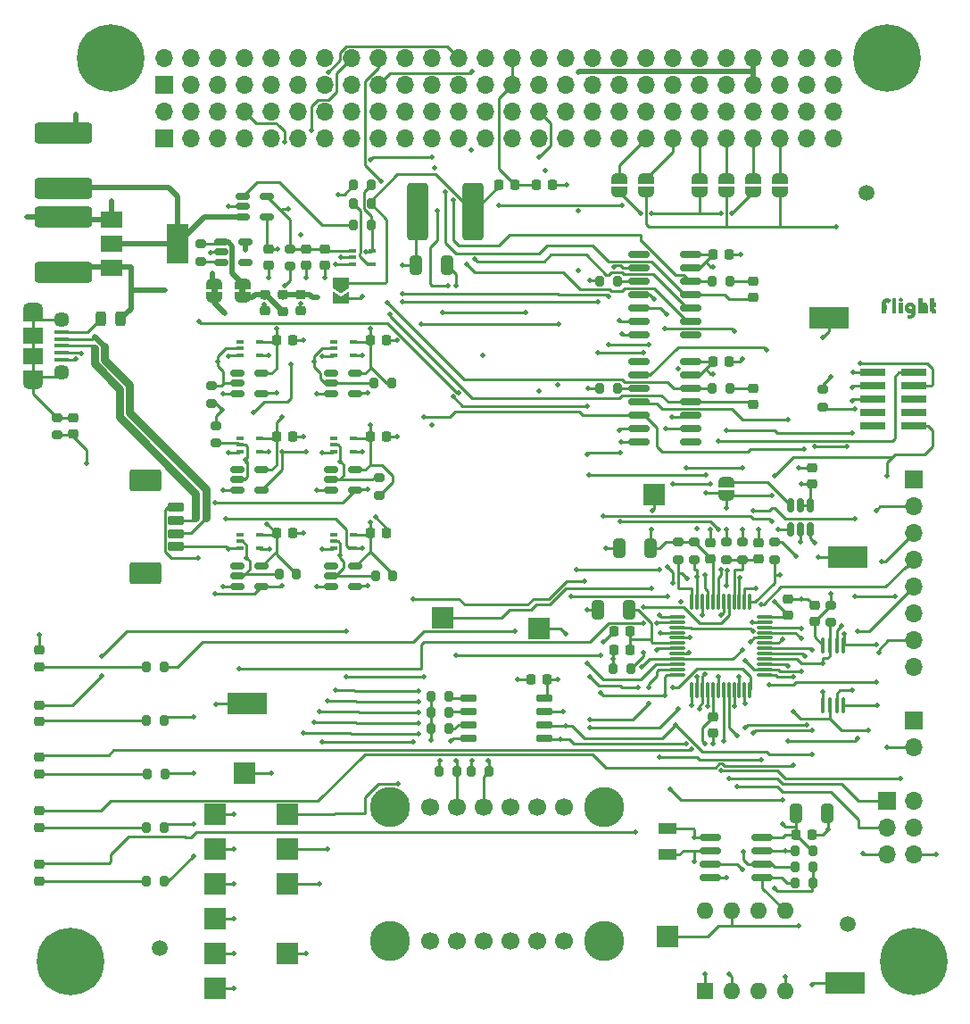
<source format=gtl>
%TF.GenerationSoftware,KiCad,Pcbnew,8.0.1*%
%TF.CreationDate,2024-05-29T09:56:21-04:00*%
%TF.ProjectId,Avionics_Board,4176696f-6e69-4637-935f-426f6172642e,rev?*%
%TF.SameCoordinates,PX40311b0PY93281e8*%
%TF.FileFunction,Copper,L1,Top*%
%TF.FilePolarity,Positive*%
%FSLAX46Y46*%
G04 Gerber Fmt 4.6, Leading zero omitted, Abs format (unit mm)*
G04 Created by KiCad (PCBNEW 8.0.1) date 2024-05-29 09:56:21*
%MOMM*%
%LPD*%
G01*
G04 APERTURE LIST*
G04 Aperture macros list*
%AMRoundRect*
0 Rectangle with rounded corners*
0 $1 Rounding radius*
0 $2 $3 $4 $5 $6 $7 $8 $9 X,Y pos of 4 corners*
0 Add a 4 corners polygon primitive as box body*
4,1,4,$2,$3,$4,$5,$6,$7,$8,$9,$2,$3,0*
0 Add four circle primitives for the rounded corners*
1,1,$1+$1,$2,$3*
1,1,$1+$1,$4,$5*
1,1,$1+$1,$6,$7*
1,1,$1+$1,$8,$9*
0 Add four rect primitives between the rounded corners*
20,1,$1+$1,$2,$3,$4,$5,0*
20,1,$1+$1,$4,$5,$6,$7,0*
20,1,$1+$1,$6,$7,$8,$9,0*
20,1,$1+$1,$8,$9,$2,$3,0*%
%AMFreePoly0*
4,1,19,0.500000,-0.750000,0.000000,-0.750000,0.000000,-0.744911,-0.071157,-0.744911,-0.207708,-0.704816,-0.327430,-0.627875,-0.420627,-0.520320,-0.479746,-0.390866,-0.500000,-0.250000,-0.500000,0.250000,-0.479746,0.390866,-0.420627,0.520320,-0.327430,0.627875,-0.207708,0.704816,-0.071157,0.744911,0.000000,0.744911,0.000000,0.750000,0.500000,0.750000,0.500000,-0.750000,0.500000,-0.750000,
$1*%
%AMFreePoly1*
4,1,19,0.000000,0.744911,0.071157,0.744911,0.207708,0.704816,0.327430,0.627875,0.420627,0.520320,0.479746,0.390866,0.500000,0.250000,0.500000,-0.250000,0.479746,-0.390866,0.420627,-0.520320,0.327430,-0.627875,0.207708,-0.704816,0.071157,-0.744911,0.000000,-0.744911,0.000000,-0.750000,-0.500000,-0.750000,-0.500000,0.750000,0.000000,0.750000,0.000000,0.744911,0.000000,0.744911,
$1*%
%AMFreePoly2*
4,1,6,1.000000,0.000000,0.500000,-0.750000,-0.500000,-0.750000,-0.500000,0.750000,0.500000,0.750000,1.000000,0.000000,1.000000,0.000000,$1*%
%AMFreePoly3*
4,1,6,0.500000,-0.750000,-0.650000,-0.750000,-0.150000,0.000000,-0.650000,0.750000,0.500000,0.750000,0.500000,-0.750000,0.500000,-0.750000,$1*%
G04 Aperture macros list end*
%ADD10C,0.127000*%
%TA.AperFunction,NonConductor*%
%ADD11C,0.127000*%
%TD*%
%TA.AperFunction,EtchedComponent*%
%ADD12C,0.000000*%
%TD*%
%TA.AperFunction,SMDPad,CuDef*%
%ADD13FreePoly0,90.000000*%
%TD*%
%TA.AperFunction,SMDPad,CuDef*%
%ADD14FreePoly1,90.000000*%
%TD*%
%TA.AperFunction,ComponentPad*%
%ADD15C,6.400000*%
%TD*%
%TA.AperFunction,SMDPad,CuDef*%
%ADD16RoundRect,0.200000X0.200000X0.275000X-0.200000X0.275000X-0.200000X-0.275000X0.200000X-0.275000X0*%
%TD*%
%TA.AperFunction,SMDPad,CuDef*%
%ADD17RoundRect,0.225000X-0.250000X0.225000X-0.250000X-0.225000X0.250000X-0.225000X0.250000X0.225000X0*%
%TD*%
%TA.AperFunction,SMDPad,CuDef*%
%ADD18RoundRect,0.150000X-0.512500X-0.150000X0.512500X-0.150000X0.512500X0.150000X-0.512500X0.150000X0*%
%TD*%
%TA.AperFunction,ComponentPad*%
%ADD19R,1.700000X1.700000*%
%TD*%
%TA.AperFunction,ComponentPad*%
%ADD20O,1.700000X1.700000*%
%TD*%
%TA.AperFunction,SMDPad,CuDef*%
%ADD21R,3.800000X2.000000*%
%TD*%
%TA.AperFunction,SMDPad,CuDef*%
%ADD22R,0.650000X0.400000*%
%TD*%
%TA.AperFunction,SMDPad,CuDef*%
%ADD23RoundRect,0.218750X-0.256250X0.218750X-0.256250X-0.218750X0.256250X-0.218750X0.256250X0.218750X0*%
%TD*%
%TA.AperFunction,SMDPad,CuDef*%
%ADD24R,1.800000X1.000000*%
%TD*%
%TA.AperFunction,SMDPad,CuDef*%
%ADD25RoundRect,0.200000X0.275000X-0.200000X0.275000X0.200000X-0.275000X0.200000X-0.275000X-0.200000X0*%
%TD*%
%TA.AperFunction,SMDPad,CuDef*%
%ADD26R,2.000000X2.000000*%
%TD*%
%TA.AperFunction,SMDPad,CuDef*%
%ADD27RoundRect,0.200000X-0.275000X0.200000X-0.275000X-0.200000X0.275000X-0.200000X0.275000X0.200000X0*%
%TD*%
%TA.AperFunction,SMDPad,CuDef*%
%ADD28RoundRect,0.075000X-0.662500X-0.075000X0.662500X-0.075000X0.662500X0.075000X-0.662500X0.075000X0*%
%TD*%
%TA.AperFunction,SMDPad,CuDef*%
%ADD29RoundRect,0.075000X-0.075000X-0.662500X0.075000X-0.662500X0.075000X0.662500X-0.075000X0.662500X0*%
%TD*%
%TA.AperFunction,SMDPad,CuDef*%
%ADD30RoundRect,0.150000X-0.825000X-0.150000X0.825000X-0.150000X0.825000X0.150000X-0.825000X0.150000X0*%
%TD*%
%TA.AperFunction,SMDPad,CuDef*%
%ADD31RoundRect,0.225000X0.250000X-0.225000X0.250000X0.225000X-0.250000X0.225000X-0.250000X-0.225000X0*%
%TD*%
%TA.AperFunction,SMDPad,CuDef*%
%ADD32RoundRect,0.225000X0.225000X0.250000X-0.225000X0.250000X-0.225000X-0.250000X0.225000X-0.250000X0*%
%TD*%
%TA.AperFunction,SMDPad,CuDef*%
%ADD33RoundRect,0.218750X0.218750X0.256250X-0.218750X0.256250X-0.218750X-0.256250X0.218750X-0.256250X0*%
%TD*%
%TA.AperFunction,SMDPad,CuDef*%
%ADD34C,1.500000*%
%TD*%
%TA.AperFunction,SMDPad,CuDef*%
%ADD35RoundRect,0.150000X-0.650000X-0.150000X0.650000X-0.150000X0.650000X0.150000X-0.650000X0.150000X0*%
%TD*%
%TA.AperFunction,SMDPad,CuDef*%
%ADD36RoundRect,0.225000X-0.225000X-0.250000X0.225000X-0.250000X0.225000X0.250000X-0.225000X0.250000X0*%
%TD*%
%TA.AperFunction,SMDPad,CuDef*%
%ADD37RoundRect,0.250000X0.325000X0.650000X-0.325000X0.650000X-0.325000X-0.650000X0.325000X-0.650000X0*%
%TD*%
%TA.AperFunction,SMDPad,CuDef*%
%ADD38RoundRect,0.200000X-0.200000X-0.275000X0.200000X-0.275000X0.200000X0.275000X-0.200000X0.275000X0*%
%TD*%
%TA.AperFunction,SMDPad,CuDef*%
%ADD39R,2.000000X1.500000*%
%TD*%
%TA.AperFunction,SMDPad,CuDef*%
%ADD40R,2.000000X3.800000*%
%TD*%
%TA.AperFunction,SMDPad,CuDef*%
%ADD41RoundRect,0.200000X-0.600000X0.200000X-0.600000X-0.200000X0.600000X-0.200000X0.600000X0.200000X0*%
%TD*%
%TA.AperFunction,SMDPad,CuDef*%
%ADD42RoundRect,0.250001X-1.249999X0.799999X-1.249999X-0.799999X1.249999X-0.799999X1.249999X0.799999X0*%
%TD*%
%TA.AperFunction,SMDPad,CuDef*%
%ADD43R,1.350000X0.400000*%
%TD*%
%TA.AperFunction,ComponentPad*%
%ADD44O,1.900000X1.200000*%
%TD*%
%TA.AperFunction,SMDPad,CuDef*%
%ADD45R,1.900000X1.200000*%
%TD*%
%TA.AperFunction,ComponentPad*%
%ADD46C,1.450000*%
%TD*%
%TA.AperFunction,SMDPad,CuDef*%
%ADD47R,1.900000X1.500000*%
%TD*%
%TA.AperFunction,SMDPad,CuDef*%
%ADD48RoundRect,0.243750X-0.243750X-0.456250X0.243750X-0.456250X0.243750X0.456250X-0.243750X0.456250X0*%
%TD*%
%TA.AperFunction,SMDPad,CuDef*%
%ADD49RoundRect,0.100000X0.100000X-0.637500X0.100000X0.637500X-0.100000X0.637500X-0.100000X-0.637500X0*%
%TD*%
%TA.AperFunction,SMDPad,CuDef*%
%ADD50RoundRect,0.250000X-0.325000X-0.650000X0.325000X-0.650000X0.325000X0.650000X-0.325000X0.650000X0*%
%TD*%
%TA.AperFunction,SMDPad,CuDef*%
%ADD51FreePoly0,270.000000*%
%TD*%
%TA.AperFunction,SMDPad,CuDef*%
%ADD52FreePoly1,270.000000*%
%TD*%
%TA.AperFunction,SMDPad,CuDef*%
%ADD53R,2.400000X0.740000*%
%TD*%
%TA.AperFunction,SMDPad,CuDef*%
%ADD54RoundRect,0.249999X2.450001X-0.737501X2.450001X0.737501X-2.450001X0.737501X-2.450001X-0.737501X0*%
%TD*%
%TA.AperFunction,SMDPad,CuDef*%
%ADD55RoundRect,0.150000X0.150000X-0.512500X0.150000X0.512500X-0.150000X0.512500X-0.150000X-0.512500X0*%
%TD*%
%TA.AperFunction,ComponentPad*%
%ADD56R,1.600000X1.600000*%
%TD*%
%TA.AperFunction,ComponentPad*%
%ADD57O,1.600000X1.600000*%
%TD*%
%TA.AperFunction,ComponentPad*%
%ADD58C,1.700000*%
%TD*%
%TA.AperFunction,ComponentPad*%
%ADD59C,3.810000*%
%TD*%
%TA.AperFunction,SMDPad,CuDef*%
%ADD60RoundRect,0.218750X-0.218750X-0.256250X0.218750X-0.256250X0.218750X0.256250X-0.218750X0.256250X0*%
%TD*%
%TA.AperFunction,SMDPad,CuDef*%
%ADD61RoundRect,0.249999X0.737501X2.450001X-0.737501X2.450001X-0.737501X-2.450001X0.737501X-2.450001X0*%
%TD*%
%TA.AperFunction,SMDPad,CuDef*%
%ADD62FreePoly2,270.000000*%
%TD*%
%TA.AperFunction,SMDPad,CuDef*%
%ADD63FreePoly3,270.000000*%
%TD*%
%TA.AperFunction,ViaPad*%
%ADD64C,0.508000*%
%TD*%
%TA.AperFunction,Conductor*%
%ADD65C,0.254000*%
%TD*%
%TA.AperFunction,Conductor*%
%ADD66C,0.508000*%
%TD*%
%TA.AperFunction,Conductor*%
%ADD67C,0.800000*%
%TD*%
G04 APERTURE END LIST*
D10*
D11*
G36*
X77515429Y62235399D02*
G01*
X77515429Y61854239D01*
X77373983Y61854239D01*
X77373983Y61473079D01*
X76949273Y61473079D01*
X76949273Y62365305D01*
X76954704Y62453370D01*
X76970996Y62535547D01*
X76998149Y62611834D01*
X77036164Y62682233D01*
X77085041Y62746743D01*
X77103747Y62766937D01*
X77164488Y62821079D01*
X77230856Y62864019D01*
X77302851Y62895757D01*
X77380474Y62916293D01*
X77463723Y62925628D01*
X77492723Y62926250D01*
X77571387Y62921143D01*
X77645925Y62905821D01*
X77716337Y62880285D01*
X77782623Y62844535D01*
X77844784Y62798570D01*
X77902819Y62742391D01*
X77924878Y62717059D01*
X77576102Y62465062D01*
X77532147Y62527506D01*
X77472251Y62545091D01*
X77401717Y62515647D01*
X77375518Y62442496D01*
X77373983Y62411089D01*
X77373983Y62235399D01*
X77515429Y62235399D01*
G37*
G36*
X78367827Y62902428D02*
G01*
X78367827Y61473079D01*
X77976617Y61473079D01*
X77976617Y62902428D01*
X78367827Y62902428D01*
G37*
G36*
X78985722Y62521268D02*
G01*
X78985722Y61473079D01*
X78594512Y61473079D01*
X78594512Y62521268D01*
X78985722Y62521268D01*
G37*
G36*
X78791048Y62997718D02*
G01*
X78865307Y62983480D01*
X78928771Y62940767D01*
X78972322Y62878605D01*
X78986839Y62806021D01*
X78973066Y62730459D01*
X78931749Y62669786D01*
X78864788Y62628254D01*
X78791048Y62616558D01*
X78717226Y62628254D01*
X78649974Y62669786D01*
X78607280Y62734746D01*
X78595257Y62806021D01*
X78611645Y62882796D01*
X78653324Y62940767D01*
X78716789Y62983480D01*
X78791048Y62997718D01*
G37*
G36*
X79769258Y61905234D02*
G01*
X79769258Y61544547D01*
X79696424Y61528262D01*
X79621550Y61520934D01*
X79606967Y61520724D01*
X79526856Y61527564D01*
X79452301Y61548083D01*
X79383304Y61582281D01*
X79319865Y61630159D01*
X79286108Y61663659D01*
X79234910Y61729402D01*
X79196287Y61801236D01*
X79170239Y61879162D01*
X79156766Y61963179D01*
X79154713Y62013924D01*
X79160261Y62095354D01*
X79176907Y62171864D01*
X79204649Y62243454D01*
X79243488Y62310123D01*
X79293425Y62371872D01*
X79312536Y62391361D01*
X79374399Y62443605D01*
X79441338Y62485040D01*
X79513355Y62515666D01*
X79590450Y62535483D01*
X79672622Y62544490D01*
X79701140Y62545091D01*
X79776662Y62540256D01*
X79850147Y62525752D01*
X79921597Y62501579D01*
X79935643Y62495585D01*
X80006953Y62457547D01*
X80066826Y62411504D01*
X80111334Y62362700D01*
X80152959Y62296334D01*
X80184361Y62218070D01*
X80203140Y62141516D01*
X80214407Y62056221D01*
X80218058Y61978464D01*
X80218163Y61962185D01*
X80218163Y61617131D01*
X80214291Y61533366D01*
X80202677Y61454689D01*
X80183321Y61381102D01*
X80149873Y61299515D01*
X80105275Y61225255D01*
X80059594Y61168971D01*
X79996768Y61110402D01*
X79927215Y61063951D01*
X79850937Y61029617D01*
X79767932Y61007401D01*
X79693623Y60998145D01*
X79646795Y60996630D01*
X79571213Y61003470D01*
X79493953Y61020220D01*
X79451005Y61032364D01*
X79451005Y61384117D01*
X79523032Y61362476D01*
X79600944Y61353997D01*
X79605851Y61353967D01*
X79683997Y61364963D01*
X79750154Y61401401D01*
X79769258Y61420596D01*
X79808698Y61489613D01*
X79824925Y61566350D01*
X79826953Y61610803D01*
X79826953Y62004991D01*
X79816441Y62081822D01*
X79769724Y62145150D01*
X79694068Y62163931D01*
X79620044Y62143164D01*
X79595056Y62123731D01*
X79555979Y62059597D01*
X79552622Y62031046D01*
X79575235Y61958323D01*
X79592823Y61938734D01*
X79660802Y61904799D01*
X79692951Y61901884D01*
X79769258Y61905234D01*
G37*
G36*
X80833452Y62902428D02*
G01*
X80833452Y62469529D01*
X80901779Y62512549D01*
X80976317Y62539114D01*
X81032221Y62545091D01*
X81112252Y62536375D01*
X81182331Y62510229D01*
X81248525Y62460735D01*
X81271562Y62434912D01*
X81314387Y62367021D01*
X81340687Y62296391D01*
X81355913Y62216084D01*
X81360152Y62137875D01*
X81360152Y61473079D01*
X80968570Y61473079D01*
X80968570Y62026952D01*
X80964095Y62101399D01*
X80954426Y62136014D01*
X80899336Y62163931D01*
X80841237Y62111832D01*
X80833452Y62042958D01*
X80833452Y61473079D01*
X80442243Y61473079D01*
X80442243Y62902428D01*
X80833452Y62902428D01*
G37*
G36*
X81931147Y62902428D02*
G01*
X81931147Y62497446D01*
X82107210Y62497446D01*
X82107210Y62092464D01*
X81931147Y62092464D01*
X81935765Y62015416D01*
X81956948Y61939980D01*
X81970231Y61919379D01*
X82035229Y61881154D01*
X82114282Y61872106D01*
X82114282Y61458935D01*
X82069243Y61473079D01*
X81987644Y61478968D01*
X81908953Y61496634D01*
X81833170Y61526078D01*
X81818363Y61533380D01*
X81749392Y61575481D01*
X81689508Y61625942D01*
X81638713Y61684764D01*
X81629644Y61697532D01*
X81590234Y61768999D01*
X81564988Y61840388D01*
X81548362Y61920042D01*
X81540973Y61994894D01*
X81539565Y62048169D01*
X81539565Y62902428D01*
X81931147Y62902428D01*
G37*
D12*
%TA.AperFunction,EtchedComponent*%
%TO.C,JP8*%
G36*
X16619426Y63413460D02*
G01*
X16019426Y63413460D01*
X16019426Y63913460D01*
X16619426Y63913460D01*
X16619426Y63413460D01*
G37*
%TD.AperFunction*%
%TA.AperFunction,EtchedComponent*%
%TO.C,JP10*%
G36*
X13952426Y63428460D02*
G01*
X13352426Y63428460D01*
X13352426Y63928460D01*
X13952426Y63928460D01*
X13952426Y63428460D01*
G37*
%TD.AperFunction*%
%TD*%
D13*
%TO.P,JP2,1,A*%
%TO.N,/SDA_EXT*%
X52070000Y73005000D03*
D14*
%TO.P,JP2,2,B*%
%TO.N,/Radio_SDA*%
X52070000Y74305000D03*
%TD*%
D15*
%TO.P,H5,1,1*%
%TO.N,GND*%
X80010000Y-5000D03*
%TD*%
D16*
%TO.P,R14,1*%
%TO.N,Net-(JP10-B)*%
X28511000Y69845000D03*
%TO.P,R14,2*%
%TO.N,Net-(U7-EN)*%
X26861000Y69845000D03*
%TD*%
D17*
%TO.P,C18,1*%
%TO.N,+3V3*%
X60960000Y23254000D03*
%TO.P,C18,2*%
%TO.N,GND*%
X60960000Y21704000D03*
%TD*%
D18*
%TO.P,U24,1,NC*%
%TO.N,unconnected-(U24-NC-Pad1)*%
X24770500Y37521000D03*
%TO.P,U24,2,A*%
%TO.N,/STATES_C_Int*%
X24770500Y36571000D03*
%TO.P,U24,3,GND*%
%TO.N,GND*%
X24770500Y35621000D03*
%TO.P,U24,4,y*%
%TO.N,/STATES_C*%
X27045500Y35621000D03*
%TO.P,U24,5,Vcc*%
%TO.N,+3V3*%
X27045500Y37521000D03*
%TD*%
D19*
%TO.P,H1,1,Pin_1*%
%TO.N,unconnected-(H1-Pin_1-Pad1)*%
X8890000Y78105000D03*
D20*
%TO.P,H1,2,Pin_2*%
%TO.N,unconnected-(H1-Pin_2-Pad2)*%
X8890000Y80645000D03*
%TO.P,H1,3,Pin_3*%
%TO.N,GND*%
X11430000Y78105000D03*
%TO.P,H1,4,Pin_4*%
%TO.N,unconnected-(H1-Pin_4-Pad4)*%
X11430000Y80655000D03*
%TO.P,H1,5,Pin_5*%
%TO.N,/PAYLOAD_RXD+*%
X13970000Y78105000D03*
%TO.P,H1,6,Pin_6*%
%TO.N,/PAYLOAD_TXD+*%
X13970000Y80655000D03*
%TO.P,H1,7,Pin_7*%
%TO.N,/PAYLOAD_RXD-*%
X16510000Y78105000D03*
%TO.P,H1,8,Pin_8*%
%TO.N,/PAYLOAD_TXD-*%
X16510000Y80655000D03*
%TO.P,H1,9,Pin_9*%
%TO.N,/RADIO_RXD+*%
X19050000Y78105000D03*
%TO.P,H1,10,Pin_10*%
%TO.N,/RADIO_TXD+*%
X19050000Y80655000D03*
%TO.P,H1,11,Pin_11*%
%TO.N,/RADIO_RXD-*%
X21590000Y78105000D03*
%TO.P,H1,12,Pin_12*%
%TO.N,/RADIO_TXD-*%
X21590000Y80655000D03*
%TO.P,H1,13,Pin_13*%
%TO.N,GND*%
X24130000Y78105000D03*
%TO.P,H1,14,Pin_14*%
%TO.N,unconnected-(H1-Pin_14-Pad14)*%
X24130000Y80655000D03*
%TO.P,H1,15,Pin_15*%
%TO.N,unconnected-(H1-Pin_15-Pad15)*%
X26670000Y78105000D03*
%TO.P,H1,16,Pin_16*%
%TO.N,unconnected-(H1-Pin_16-Pad16)*%
X26670000Y80655000D03*
%TO.P,H1,17,Pin_17*%
%TO.N,unconnected-(H1-Pin_17-Pad17)*%
X29210000Y78105000D03*
%TO.P,H1,18,Pin_18*%
%TO.N,unconnected-(H1-Pin_18-Pad18)*%
X29210000Y80655000D03*
%TO.P,H1,19,Pin_19*%
%TO.N,unconnected-(H1-Pin_19-Pad19)*%
X31750000Y78105000D03*
%TO.P,H1,20,Pin_20*%
%TO.N,unconnected-(H1-Pin_20-Pad20)*%
X31750000Y80655000D03*
%TO.P,H1,21,Pin_21*%
%TO.N,unconnected-(H1-Pin_21-Pad21)*%
X34290000Y78105000D03*
%TO.P,H1,22,Pin_22*%
%TO.N,unconnected-(H1-Pin_22-Pad22)*%
X34290000Y80655000D03*
%TO.P,H1,23,Pin_23*%
%TO.N,unconnected-(H1-Pin_23-Pad23)*%
X36830000Y78105000D03*
%TO.P,H1,24,Pin_24*%
%TO.N,unconnected-(H1-Pin_24-Pad24)*%
X36830000Y80655000D03*
%TO.P,H1,25,Pin_25*%
%TO.N,unconnected-(H1-Pin_25-Pad25)*%
X39370000Y78105000D03*
%TO.P,H1,26,Pin_26*%
%TO.N,unconnected-(H1-Pin_26-Pad26)*%
X39370000Y80655000D03*
%TO.P,H1,27,Pin_27*%
%TO.N,unconnected-(H1-Pin_27-Pad27)*%
X41910000Y78105000D03*
%TO.P,H1,28,Pin_28*%
%TO.N,/EPS_RESET*%
X41910000Y80655000D03*
%TO.P,H1,29,Pin_29*%
%TO.N,unconnected-(H1-Pin_29-Pad29)*%
X44450000Y78105000D03*
%TO.P,H1,30,Pin_30*%
%TO.N,/V_RTC*%
X44450000Y80655000D03*
%TO.P,H1,31,Pin_31*%
%TO.N,unconnected-(H1-Pin_31-Pad31)*%
X46990000Y78105000D03*
%TO.P,H1,32,Pin_32*%
%TO.N,/EPS_5V_USB*%
X46990000Y80655000D03*
%TO.P,H1,33,Pin_33*%
%TO.N,unconnected-(H1-Pin_33-Pad33)*%
X49530000Y78105000D03*
%TO.P,H1,34,Pin_34*%
%TO.N,unconnected-(H1-Pin_34-Pad34)*%
X49530000Y80655000D03*
%TO.P,H1,35,Pin_35*%
%TO.N,unconnected-(H1-Pin_35-Pad35)*%
X52070000Y78105000D03*
%TO.P,H1,36,Pin_36*%
%TO.N,unconnected-(H1-Pin_36-Pad36)*%
X52070000Y80655000D03*
%TO.P,H1,37,Pin_37*%
%TO.N,/Radio_SDA*%
X54610000Y78105000D03*
%TO.P,H1,38,Pin_38*%
%TO.N,GND*%
X54610000Y80655000D03*
%TO.P,H1,39,Pin_39*%
%TO.N,/Radio_SCLK*%
X57150000Y78105000D03*
%TO.P,H1,40,Pin_40*%
%TO.N,unconnected-(H1-Pin_40-Pad40)*%
X57150000Y80655000D03*
%TO.P,H1,41,Pin_41*%
%TO.N,/Power_SDA*%
X59690000Y78105000D03*
%TO.P,H1,42,Pin_42*%
%TO.N,GND*%
X59690000Y80655000D03*
%TO.P,H1,43,Pin_43*%
%TO.N,/Power_SCLK*%
X62230000Y78105000D03*
%TO.P,H1,44,Pin_44*%
%TO.N,unconnected-(H1-Pin_44-Pad44)*%
X62230000Y80655000D03*
%TO.P,H1,45,Pin_45*%
%TO.N,/PLD_SDA*%
X64770000Y78105000D03*
%TO.P,H1,46,Pin_46*%
%TO.N,GND*%
X64770000Y80655000D03*
%TO.P,H1,47,Pin_47*%
%TO.N,/PLD_SCLK*%
X67310000Y78105000D03*
%TO.P,H1,48,Pin_48*%
%TO.N,unconnected-(H1-Pin_48-Pad48)*%
X67310000Y80655000D03*
%TO.P,H1,49,Pin_49*%
%TO.N,unconnected-(H1-Pin_49-Pad49)*%
X69850000Y78105000D03*
%TO.P,H1,50,Pin_50*%
%TO.N,GND*%
X69850000Y80655000D03*
%TO.P,H1,51,Pin_51*%
%TO.N,unconnected-(H1-Pin_51-Pad51)*%
X72390000Y78105000D03*
%TO.P,H1,52,Pin_52*%
%TO.N,unconnected-(H1-Pin_52-Pad52)*%
X72390000Y80655000D03*
%TD*%
D21*
%TO.P,TP17,1,1*%
%TO.N,GND*%
X73533000Y-2032001D03*
%TD*%
D22*
%TO.P,U13,1,NC*%
%TO.N,unconnected-(U13-NC-Pad1)*%
X16068000Y40523000D03*
%TO.P,U13,2,A*%
%TO.N,/STATES_B_Int*%
X16068000Y39873000D03*
%TO.P,U13,3,GND*%
%TO.N,GND*%
X16068000Y39223000D03*
%TO.P,U13,4,y*%
%TO.N,/STATES_B*%
X17968000Y39223000D03*
%TO.P,U13,5,Vcc*%
%TO.N,+3V3*%
X17968000Y40523000D03*
%TD*%
D16*
%TO.P,R7,1*%
%TO.N,Net-(U1-A2)*%
X35877000Y22093000D03*
%TO.P,R7,2*%
%TO.N,GND*%
X34227000Y22093000D03*
%TD*%
D23*
%TO.P,D1,1,K*%
%TO.N,/PAYLOAD_RXD*%
X-2984574Y9220960D03*
%TO.P,D1,2,A*%
%TO.N,Net-(D1-A)*%
X-2984574Y7645960D03*
%TD*%
D16*
%TO.P,R11,1*%
%TO.N,+3V3*%
X70421000Y9017000D03*
%TO.P,R11,2*%
%TO.N,/SCL_CRIT*%
X68771000Y9017000D03*
%TD*%
D24*
%TO.P,Y1,1,1*%
%TO.N,Net-(U3-X1)*%
X56642000Y12675000D03*
%TO.P,Y1,2,2*%
%TO.N,Net-(U3-X2)*%
X56642000Y10175000D03*
%TD*%
D25*
%TO.P,R23,1*%
%TO.N,Net-(U9-~{RESET})*%
X62230000Y38164000D03*
%TO.P,R23,2*%
%TO.N,/~{RESET}*%
X62230000Y39814000D03*
%TD*%
D26*
%TO.P,TP6,1,1*%
%TO.N,/GPIO13*%
X13716000Y-2545000D03*
%TD*%
D27*
%TO.P,R35,1*%
%TO.N,/STATES_A_Int*%
X29337000Y45909999D03*
%TO.P,R35,2*%
%TO.N,+3V3*%
X29337000Y44259999D03*
%TD*%
D18*
%TO.P,U7,1,EN*%
%TO.N,Net-(U7-EN)*%
X16388500Y72573000D03*
%TO.P,U7,2,GND*%
%TO.N,GND*%
X16388500Y71623000D03*
%TO.P,U7,3,IN2*%
%TO.N,/3V3_USB*%
X16388500Y70673000D03*
%TO.P,U7,4,OUT*%
%TO.N,+3V3*%
X18663500Y70673000D03*
%TO.P,U7,5,IN1*%
%TO.N,Net-(U6-VOUT)*%
X18663500Y72573000D03*
%TD*%
D17*
%TO.P,C32,1*%
%TO.N,/BATT_RAW*%
X21840326Y63259015D03*
%TO.P,C32,2*%
%TO.N,GND*%
X21840326Y61709015D03*
%TD*%
D22*
%TO.P,U21,1,NC*%
%TO.N,unconnected-(U21-NC-Pad1)*%
X24958000Y49667000D03*
%TO.P,U21,2,A*%
%TO.N,/STATES_A_Int*%
X24958000Y49017000D03*
%TO.P,U21,3,GND*%
%TO.N,GND*%
X24958000Y48367000D03*
%TO.P,U21,4,y*%
%TO.N,/STATES_A*%
X26858000Y48367000D03*
%TO.P,U21,5,Vcc*%
%TO.N,+3V3*%
X26858000Y49667000D03*
%TD*%
D28*
%TO.P,U9,1,PA00*%
%TO.N,/Microcontroller/X1*%
X57559500Y32717000D03*
%TO.P,U9,2,PA01*%
%TO.N,/Microcontroller/X2*%
X57559500Y32217000D03*
%TO.P,U9,3,PA02*%
%TO.N,/GPIO_A*%
X57559500Y31717000D03*
%TO.P,U9,4,PA03*%
%TO.N,/Microcontroller/AREF*%
X57559500Y31217000D03*
%TO.P,U9,5,GNDANA*%
%TO.N,GND*%
X57559500Y30717000D03*
%TO.P,U9,6,VDDANA*%
%TO.N,Net-(U9-VDDANA)*%
X57559500Y30217000D03*
%TO.P,U9,7,PB08*%
%TO.N,/GPIO13*%
X57559500Y29717000D03*
%TO.P,U9,8,PB09*%
%TO.N,/GPIO12*%
X57559500Y29217000D03*
%TO.P,U9,9,PA04*%
%TO.N,/PLD_ON_A_Int*%
X57559500Y28717000D03*
%TO.P,U9,10,PA05*%
%TO.N,/PLD_ON_B_Int*%
X57559500Y28217000D03*
%TO.P,U9,11,PA06*%
%TO.N,/PLD_ON_C_Int*%
X57559500Y27717000D03*
%TO.P,U9,12,PA07*%
%TO.N,/STATES_A_Int*%
X57559500Y27217000D03*
D29*
%TO.P,U9,13,PA08*%
%TO.N,/SDA_NON_CRIT*%
X58972000Y25804500D03*
%TO.P,U9,14,PA09*%
%TO.N,/SCL_NON_CRIT*%
X59472000Y25804500D03*
%TO.P,U9,15,PA10*%
%TO.N,/PAYLOAD_TXD*%
X59972000Y25804500D03*
%TO.P,U9,16,PA11*%
%TO.N,/PAYLOAD_RXD*%
X60472000Y25804500D03*
%TO.P,U9,17,VDDIO*%
%TO.N,+3V3*%
X60972000Y25804500D03*
%TO.P,U9,18,GND*%
%TO.N,GND*%
X61472000Y25804500D03*
%TO.P,U9,19,PB10*%
%TO.N,/MOSI*%
X61972000Y25804500D03*
%TO.P,U9,20,PB11*%
%TO.N,/SCK*%
X62472000Y25804500D03*
%TO.P,U9,21,PA12*%
%TO.N,/MISO*%
X62972000Y25804500D03*
%TO.P,U9,22,PA13*%
%TO.N,/EN_PAYLOAD_SERIAL*%
X63472000Y25804500D03*
%TO.P,U9,23,PA14*%
%TO.N,/STATES_B_Int*%
X63972000Y25804500D03*
%TO.P,U9,24,PA15*%
%TO.N,/STATES_C_Int*%
X64472000Y25804500D03*
D28*
%TO.P,U9,25,PA16*%
%TO.N,/RADIO_TXD*%
X65884500Y27217000D03*
%TO.P,U9,26,PA17*%
%TO.N,/RADIO_RXD*%
X65884500Y27717000D03*
%TO.P,U9,27,PA18*%
%TO.N,/EN_RADIO_SERIAL*%
X65884500Y28217000D03*
%TO.P,U9,28,PA19*%
%TO.N,/EN_EXT_I2C*%
X65884500Y28717000D03*
%TO.P,U9,29,PA20*%
%TO.N,/TXD2*%
X65884500Y29217000D03*
%TO.P,U9,30,PA21*%
%TO.N,/RXD2*%
X65884500Y29717000D03*
%TO.P,U9,31,PA22*%
%TO.N,/SDA_CRIT*%
X65884500Y30217000D03*
%TO.P,U9,32,PA23*%
%TO.N,/SCL_CRIT*%
X65884500Y30717000D03*
%TO.P,U9,33,PA24*%
%TO.N,/Microcontroller/USB_D-*%
X65884500Y31217000D03*
%TO.P,U9,34,PA25*%
%TO.N,/Microcontroller/USB_D+*%
X65884500Y31717000D03*
%TO.P,U9,35,GND*%
%TO.N,GND*%
X65884500Y32217000D03*
%TO.P,U9,36,VDDIO*%
%TO.N,+3V3*%
X65884500Y32717000D03*
D29*
%TO.P,U9,37,PB22*%
%TO.N,/SHUTDOWN_C*%
X64472000Y34129500D03*
%TO.P,U9,38,PB23*%
%TO.N,/WDTICK*%
X63972000Y34129500D03*
%TO.P,U9,39,PA27*%
%TO.N,/Microcontroller/TXLED*%
X63472000Y34129500D03*
%TO.P,U9,40,~{RESET}*%
%TO.N,Net-(U9-~{RESET})*%
X62972000Y34129500D03*
%TO.P,U9,41,PA28*%
%TO.N,/Microcontroller/USB_HOST_EN*%
X62472000Y34129500D03*
%TO.P,U9,42,GND*%
%TO.N,GND*%
X61972000Y34129500D03*
%TO.P,U9,43,VDDCORE*%
%TO.N,Net-(U9-VDDCORE)*%
X61472000Y34129500D03*
%TO.P,U9,44,VDDIN*%
%TO.N,+3V3*%
X60972000Y34129500D03*
%TO.P,U9,45,PA30*%
%TO.N,/Microcontroller/SWCLK*%
X60472000Y34129500D03*
%TO.P,U9,46,PA31*%
%TO.N,/Microcontroller/RX_LED_SWDIO*%
X59972000Y34129500D03*
%TO.P,U9,47,PB02*%
%TO.N,/SHUTDOWN_A*%
X59472000Y34129500D03*
%TO.P,U9,48,PB03*%
%TO.N,/SHUTDOWN_B*%
X58972000Y34129500D03*
%TD*%
D26*
%TO.P,TP12,1,1*%
%TO.N,+3V3*%
X16510000Y17907000D03*
%TD*%
D16*
%TO.P,R18,1*%
%TO.N,+3V3*%
X8890000Y12695000D03*
%TO.P,R18,2*%
%TO.N,Net-(D2-A)*%
X7240000Y12695000D03*
%TD*%
D30*
%TO.P,U3,1,X1*%
%TO.N,Net-(U3-X1)*%
X60706000Y11806000D03*
%TO.P,U3,2,X2*%
%TO.N,Net-(U3-X2)*%
X60706000Y10536000D03*
%TO.P,U3,3,VBAT*%
%TO.N,Net-(U3-VBAT)*%
X60706000Y9266000D03*
%TO.P,U3,4,GND*%
%TO.N,GND*%
X60706000Y7996000D03*
%TO.P,U3,5,SDA*%
%TO.N,/SDA_CRIT*%
X65656000Y7996000D03*
%TO.P,U3,6,SCL*%
%TO.N,/SCL_CRIT*%
X65656000Y9266000D03*
%TO.P,U3,7,SQW/OUT*%
%TO.N,Net-(U3-SQW{slash}OUT)*%
X65656000Y10536000D03*
%TO.P,U3,8,VCC*%
%TO.N,+3V3*%
X65656000Y11806000D03*
%TD*%
D21*
%TO.P,TP16,1,1*%
%TO.N,GND*%
X16764000Y24510999D03*
%TD*%
D23*
%TO.P,L3,1,1*%
%TO.N,/BATT_RAW*%
X20129426Y63271515D03*
%TO.P,L3,2,2*%
%TO.N,Net-(JP8-A)*%
X20129426Y61696515D03*
%TD*%
D22*
%TO.P,U19,1,NC*%
%TO.N,unconnected-(U19-NC-Pad1)*%
X24958000Y58811000D03*
%TO.P,U19,2,A*%
%TO.N,/PLD_ON_B_Int*%
X24958000Y58161000D03*
%TO.P,U19,3,GND*%
%TO.N,GND*%
X24958000Y57511000D03*
%TO.P,U19,4,y*%
%TO.N,/PAYLOAD_ON_B*%
X26858000Y57511000D03*
%TO.P,U19,5,Vcc*%
%TO.N,+3V3*%
X26858000Y58811000D03*
%TD*%
D16*
%TO.P,R15,1*%
%TO.N,Net-(JP10-B)*%
X28511000Y73655000D03*
%TO.P,R15,2*%
%TO.N,Net-(U6-FLAGB)*%
X26861000Y73655000D03*
%TD*%
D26*
%TO.P,TP14,1,1*%
%TO.N,/Microcontroller/X2*%
X35306000Y32639000D03*
%TD*%
D15*
%TO.P,H3,1,1*%
%TO.N,GND*%
X3810000Y85725000D03*
%TD*%
D31*
%TO.P,C21,1*%
%TO.N,+3V3*%
X70612000Y32240000D03*
%TO.P,C21,2*%
%TO.N,GND*%
X70612000Y33790000D03*
%TD*%
D26*
%TO.P,TP5,1,1*%
%TO.N,/RXD2*%
X13716000Y757000D03*
%TD*%
D32*
%TO.P,C31,1*%
%TO.N,GND*%
X29985000Y40635000D03*
%TO.P,C31,2*%
%TO.N,+3V3*%
X28435000Y40635000D03*
%TD*%
D19*
%TO.P,J1,1,Pin_1*%
%TO.N,+3V3*%
X80010000Y45715000D03*
D20*
%TO.P,J1,2,Pin_2*%
%TO.N,/SDA_NON_CRIT*%
X80010000Y43175000D03*
%TO.P,J1,3,Pin_3*%
%TO.N,/SCL_NON_CRIT*%
X80010000Y40635000D03*
%TO.P,J1,4,Pin_4*%
%TO.N,/PLD_ON_A_Int*%
X80010000Y38095000D03*
%TO.P,J1,5,Pin_5*%
%TO.N,/STATES_A_Int*%
X80010000Y35555000D03*
%TO.P,J1,6,Pin_6*%
%TO.N,/SHUTDOWN_A*%
X80010000Y33015000D03*
%TO.P,J1,7,Pin_7*%
%TO.N,/GPIO_A*%
X80010000Y30475000D03*
%TO.P,J1,8,Pin_8*%
%TO.N,GND*%
X80010000Y27935000D03*
%TD*%
D16*
%TO.P,R4,1*%
%TO.N,/GPIO12*%
X53149000Y27813000D03*
%TO.P,R4,2*%
%TO.N,+3V3*%
X51499000Y27813000D03*
%TD*%
D26*
%TO.P,TP15,1,1*%
%TO.N,/Microcontroller/AREF*%
X44450000Y31623000D03*
%TD*%
D33*
%TO.P,L1,1,1*%
%TO.N,/3V3_IN*%
X42189500Y73655000D03*
%TO.P,L1,2,2*%
%TO.N,/eFuse/3V3_IN_FILT*%
X40614500Y73655000D03*
%TD*%
D26*
%TO.P,TP8,1,1*%
%TO.N,/V_RTC*%
X20574000Y10663000D03*
%TD*%
D34*
%TO.P,FID3,*%
%TO.N,*%
X73723426Y3607460D03*
%TD*%
D16*
%TO.P,R5,1*%
%TO.N,Net-(U1-A0)*%
X35877000Y25141000D03*
%TO.P,R5,2*%
%TO.N,GND*%
X34227000Y25141000D03*
%TD*%
D17*
%TO.P,C25,1*%
%TO.N,Net-(C25-Pad1)*%
X64770000Y54364000D03*
%TO.P,C25,2*%
%TO.N,/RADIO_RXD-*%
X64770000Y52814000D03*
%TD*%
D16*
%TO.P,R27,1*%
%TO.N,Net-(U11-RE)*%
X51879000Y64511000D03*
%TO.P,R27,2*%
%TO.N,GND*%
X50229000Y64511000D03*
%TD*%
D15*
%TO.P,H6,1,1*%
%TO.N,GND*%
X0Y0D03*
%TD*%
D35*
%TO.P,U1,1,A0*%
%TO.N,Net-(U1-A0)*%
X37802000Y25014000D03*
%TO.P,U1,2,A1*%
%TO.N,Net-(U1-A1)*%
X37802000Y23744000D03*
%TO.P,U1,3,A2*%
%TO.N,Net-(U1-A2)*%
X37802000Y22474000D03*
%TO.P,U1,4,Vss*%
%TO.N,GND*%
X37802000Y21204000D03*
%TO.P,U1,5,SDA*%
%TO.N,/SDA_NON_CRIT*%
X45002000Y21204000D03*
%TO.P,U1,6,SCL*%
%TO.N,/SCL_NON_CRIT*%
X45002000Y22474000D03*
%TO.P,U1,7,WP*%
%TO.N,GND*%
X45002000Y23744000D03*
%TO.P,U1,8,Vdd*%
%TO.N,+3V3*%
X45002000Y25014000D03*
%TD*%
D25*
%TO.P,R2,1*%
%TO.N,/SHUTDOWN_B*%
X57658000Y38164000D03*
%TO.P,R2,2*%
%TO.N,+3V3*%
X57658000Y39814000D03*
%TD*%
D21*
%TO.P,TP18,1,1*%
%TO.N,GND*%
X73787000Y38353999D03*
%TD*%
D30*
%TO.P,U12,1,NC*%
%TO.N,unconnected-(U12-NC-Pad1)*%
X53913000Y56891000D03*
%TO.P,U12,2,R*%
%TO.N,/RADIO_RXD*%
X53913000Y55621000D03*
%TO.P,U12,3,RE*%
%TO.N,Net-(U12-RE)*%
X53913000Y54351000D03*
%TO.P,U12,4,DE*%
%TO.N,/EN_RADIO_SERIAL*%
X53913000Y53081000D03*
%TO.P,U12,5,D*%
%TO.N,/RADIO_TXD*%
X53913000Y51811000D03*
%TO.P,U12,6,GND*%
%TO.N,GND*%
X53913000Y50541000D03*
%TO.P,U12,7,GND*%
X53913000Y49271000D03*
%TO.P,U12,8,NC*%
%TO.N,unconnected-(U12-NC-Pad8)*%
X58863000Y49271000D03*
%TO.P,U12,9,Y*%
%TO.N,/RADIO_TXD+*%
X58863000Y50541000D03*
%TO.P,U12,10,Z*%
%TO.N,/RADIO_TXD-*%
X58863000Y51811000D03*
%TO.P,U12,11,B*%
%TO.N,/RADIO_RXD-*%
X58863000Y53081000D03*
%TO.P,U12,12,A*%
%TO.N,/RADIO_RXD+*%
X58863000Y54351000D03*
%TO.P,U12,13,Vcc*%
%TO.N,+3V3*%
X58863000Y55621000D03*
%TO.P,U12,14,Vcc*%
X58863000Y56891000D03*
%TD*%
D26*
%TO.P,TP2,1,1*%
%TO.N,/MISO*%
X13716000Y10663000D03*
%TD*%
%TO.P,TP3,1,1*%
%TO.N,/SCK*%
X13716000Y7361000D03*
%TD*%
D17*
%TO.P,C7,1*%
%TO.N,Net-(U6-VOUT)*%
X24130000Y67585000D03*
%TO.P,C7,2*%
%TO.N,GND*%
X24130000Y66035000D03*
%TD*%
D23*
%TO.P,D4,1,K*%
%TO.N,/RADIO_TXD*%
X-2984574Y24333960D03*
%TO.P,D4,2,A*%
%TO.N,Net-(D4-A)*%
X-2984574Y22758960D03*
%TD*%
D36*
%TO.P,C1,1*%
%TO.N,GND*%
X43675000Y26797000D03*
%TO.P,C1,2*%
%TO.N,+3V3*%
X45225000Y26797000D03*
%TD*%
D17*
%TO.P,C33,1*%
%TO.N,Net-(JP8-A)*%
X18465426Y63259015D03*
%TO.P,C33,2*%
%TO.N,GND*%
X18465426Y61709015D03*
%TD*%
D37*
%TO.P,C14,1*%
%TO.N,Net-(U9-VDDCORE)*%
X35765000Y66035000D03*
%TO.P,C14,2*%
%TO.N,GND*%
X32815000Y66035000D03*
%TD*%
D38*
%TO.P,R34,1*%
%TO.N,/STATES_C_Int*%
X28956426Y36627460D03*
%TO.P,R34,2*%
%TO.N,+3V3*%
X30606426Y36627460D03*
%TD*%
D17*
%TO.P,C8,1*%
%TO.N,Net-(U6-VOUT)*%
X22352000Y67572000D03*
%TO.P,C8,2*%
%TO.N,GND*%
X22352000Y66022000D03*
%TD*%
D21*
%TO.P,TP19,1,1*%
%TO.N,GND*%
X72009000Y61086999D03*
%TD*%
D39*
%TO.P,U8,1,GND*%
%TO.N,GND*%
X3898426Y70423460D03*
%TO.P,U8,2,VO*%
%TO.N,/3V3_USB*%
X3898426Y68123460D03*
D40*
X10198426Y68123460D03*
D39*
%TO.P,U8,3,VI*%
%TO.N,+5V*%
X3898426Y65823460D03*
%TD*%
D16*
%TO.P,R17,1*%
%TO.N,+3V3*%
X8890000Y7615000D03*
%TO.P,R17,2*%
%TO.N,Net-(D1-A)*%
X7240000Y7615000D03*
%TD*%
D27*
%TO.P,R19,1*%
%TO.N,Net-(J2-Shield)*%
X-1270000Y51620000D03*
%TO.P,R19,2*%
%TO.N,GND*%
X-1270000Y49970000D03*
%TD*%
D41*
%TO.P,J6,1,Pin_1*%
%TO.N,/~{RESET}*%
X10037426Y43120460D03*
%TO.P,J6,2,Pin_2*%
%TO.N,/Microcontroller/USB_D+*%
X10037426Y41870460D03*
%TO.P,J6,3,Pin_3*%
%TO.N,/Microcontroller/USB_D-*%
X10037426Y40620460D03*
%TO.P,J6,4,Pin_4*%
%TO.N,GND*%
X10037426Y39370460D03*
D42*
%TO.P,J6,MP,MP*%
X7137426Y45670460D03*
X7137426Y36820460D03*
%TD*%
D38*
%TO.P,R22,1*%
%TO.N,Net-(D5-A)*%
X7240000Y27935000D03*
%TO.P,R22,2*%
%TO.N,/Microcontroller/TXLED*%
X8890000Y27935000D03*
%TD*%
D16*
%TO.P,R13,1*%
%TO.N,/eFuse/3V3_IN_FILT*%
X28511000Y71877000D03*
%TO.P,R13,2*%
%TO.N,/eFuse/~SHUTDOWN*%
X26861000Y71877000D03*
%TD*%
D18*
%TO.P,U18,1,NC*%
%TO.N,unconnected-(U18-NC-Pad1)*%
X15880500Y46665000D03*
%TO.P,U18,2,A*%
%TO.N,/PLD_ON_C_Int*%
X15880500Y45715000D03*
%TO.P,U18,3,GND*%
%TO.N,GND*%
X15880500Y44765000D03*
%TO.P,U18,4,y*%
%TO.N,/PAYLOAD_ON_C*%
X18155500Y44765000D03*
%TO.P,U18,5,Vcc*%
%TO.N,+3V3*%
X18155500Y46665000D03*
%TD*%
D30*
%TO.P,U11,1,NC*%
%TO.N,unconnected-(U11-NC-Pad1)*%
X53913000Y67051000D03*
%TO.P,U11,2,R*%
%TO.N,/PAYLOAD_RXD*%
X53913000Y65781000D03*
%TO.P,U11,3,RE*%
%TO.N,Net-(U11-RE)*%
X53913000Y64511000D03*
%TO.P,U11,4,DE*%
%TO.N,/EN_PAYLOAD_SERIAL*%
X53913000Y63241000D03*
%TO.P,U11,5,D*%
%TO.N,/PAYLOAD_TXD*%
X53913000Y61971000D03*
%TO.P,U11,6,GND*%
%TO.N,GND*%
X53913000Y60701000D03*
%TO.P,U11,7,GND*%
X53913000Y59431000D03*
%TO.P,U11,8,NC*%
%TO.N,unconnected-(U11-NC-Pad8)*%
X58863000Y59431000D03*
%TO.P,U11,9,Y*%
%TO.N,/PAYLOAD_TXD+*%
X58863000Y60701000D03*
%TO.P,U11,10,Z*%
%TO.N,/PAYLOAD_TXD-*%
X58863000Y61971000D03*
%TO.P,U11,11,B*%
%TO.N,/PAYLOAD_RXD-*%
X58863000Y63241000D03*
%TO.P,U11,12,A*%
%TO.N,/PAYLOAD_RXD+*%
X58863000Y64511000D03*
%TO.P,U11,13,Vcc*%
%TO.N,+3V3*%
X58863000Y65781000D03*
%TO.P,U11,14,Vcc*%
X58863000Y67051000D03*
%TD*%
D13*
%TO.P,JP8,1,A*%
%TO.N,Net-(JP8-A)*%
X16319426Y63013460D03*
D14*
%TO.P,JP8,2,B*%
%TO.N,Net-(JP8-B)*%
X16319426Y64313460D03*
%TD*%
D43*
%TO.P,J2,1,VBUS*%
%TO.N,Net-(J2-VBUS)*%
X-830600Y59715000D03*
%TO.P,J2,2,D-*%
%TO.N,/Microcontroller/USB_D-*%
X-830600Y59065000D03*
%TO.P,J2,3,D+*%
%TO.N,/Microcontroller/USB_D+*%
X-830600Y58415000D03*
%TO.P,J2,4,ID*%
%TO.N,/Microcontroller/USB_HOST_EN*%
X-830600Y57765000D03*
%TO.P,J2,5,GND*%
%TO.N,GND*%
X-830600Y57115000D03*
D44*
%TO.P,J2,6,Shield*%
%TO.N,Net-(J2-Shield)*%
X-3530600Y61915000D03*
D45*
X-3530600Y61315000D03*
D46*
X-830600Y60915000D03*
D47*
X-3530600Y59415000D03*
X-3530600Y57415000D03*
D46*
X-830600Y55915000D03*
D45*
X-3530600Y55515000D03*
D44*
X-3530600Y54915000D03*
%TD*%
D17*
%TO.P,C10,1*%
%TO.N,Net-(J2-Shield)*%
X254000Y51575000D03*
%TO.P,C10,2*%
%TO.N,GND*%
X254000Y50025000D03*
%TD*%
D27*
%TO.P,R37,1*%
%TO.N,Net-(JP8-B)*%
X12382426Y68059460D03*
%TO.P,R37,2*%
%TO.N,Net-(U25-EN)*%
X12382426Y66409460D03*
%TD*%
D17*
%TO.P,C9,1*%
%TO.N,+3V3*%
X18796000Y67572000D03*
%TO.P,C9,2*%
%TO.N,GND*%
X18796000Y66022000D03*
%TD*%
D36*
%TO.P,C23,1*%
%TO.N,+3V3*%
X60947000Y56891000D03*
%TO.P,C23,2*%
%TO.N,GND*%
X62497000Y56891000D03*
%TD*%
D26*
%TO.P,TP13,1,1*%
%TO.N,/Microcontroller/X1*%
X55372000Y44323000D03*
%TD*%
D23*
%TO.P,D2,1,K*%
%TO.N,/RADIO_RXD*%
X-2984574Y14300960D03*
%TO.P,D2,2,A*%
%TO.N,Net-(D2-A)*%
X-2984574Y12725960D03*
%TD*%
D32*
%TO.P,C30,1*%
%TO.N,GND*%
X29985000Y49779000D03*
%TO.P,C30,2*%
%TO.N,+3V3*%
X28435000Y49779000D03*
%TD*%
D48*
%TO.P,F1,1*%
%TO.N,Net-(J2-VBUS)*%
X2872500Y60955000D03*
%TO.P,F1,2*%
%TO.N,+5V*%
X4747500Y60955000D03*
%TD*%
D34*
%TO.P,FID1,*%
%TO.N,*%
X8445426Y1321460D03*
%TD*%
D36*
%TO.P,C22,1*%
%TO.N,+3V3*%
X60947000Y67051000D03*
%TO.P,C22,2*%
%TO.N,GND*%
X62497000Y67051000D03*
%TD*%
D26*
%TO.P,TP1,1,1*%
%TO.N,/MOSI*%
X13716000Y13965000D03*
%TD*%
D16*
%TO.P,R9,1*%
%TO.N,/SCL_NON_CRIT*%
X39687000Y18029000D03*
%TO.P,R9,2*%
%TO.N,+3V3*%
X38037000Y18029000D03*
%TD*%
D22*
%TO.P,U15,1,NC*%
%TO.N,unconnected-(U15-NC-Pad1)*%
X16068000Y58811000D03*
%TO.P,U15,2,A*%
%TO.N,/PLD_ON_A_Int*%
X16068000Y58161000D03*
%TO.P,U15,3,GND*%
%TO.N,GND*%
X16068000Y57511000D03*
%TO.P,U15,4,y*%
%TO.N,/PAYLOAD_ON_A*%
X17968000Y57511000D03*
%TO.P,U15,5,Vcc*%
%TO.N,+3V3*%
X17968000Y58811000D03*
%TD*%
D31*
%TO.P,C19,1*%
%TO.N,+3V3*%
X68072000Y32880000D03*
%TO.P,C19,2*%
%TO.N,GND*%
X68072000Y34430000D03*
%TD*%
D27*
%TO.P,R16,1*%
%TO.N,Net-(U6-VOUT)*%
X20828000Y67622000D03*
%TO.P,R16,2*%
%TO.N,GND*%
X20828000Y65972000D03*
%TD*%
D49*
%TO.P,U10,1,1OE*%
%TO.N,/EN_EXT_I2C*%
X71415000Y24310500D03*
%TO.P,U10,2,1A*%
%TO.N,/SDA_NON_CRIT*%
X72065000Y24310500D03*
%TO.P,U10,3,1B*%
%TO.N,/SDA_EXT*%
X72715000Y24310500D03*
%TO.P,U10,4,GND*%
%TO.N,GND*%
X73365000Y24310500D03*
%TO.P,U10,5,2A*%
%TO.N,/SCL_NON_CRIT*%
X73365000Y30035500D03*
%TO.P,U10,6,2B*%
%TO.N,/SCL_EXT*%
X72715000Y30035500D03*
%TO.P,U10,7,2OE*%
%TO.N,/EN_EXT_I2C*%
X72065000Y30035500D03*
%TO.P,U10,8,Vcc*%
%TO.N,+3V3*%
X71415000Y30035500D03*
%TD*%
D50*
%TO.P,C16,1*%
%TO.N,GND*%
X50087000Y33401000D03*
%TO.P,C16,2*%
%TO.N,Net-(U9-VDDANA)*%
X53037000Y33401000D03*
%TD*%
D25*
%TO.P,R1,1*%
%TO.N,/SHUTDOWN_A*%
X59182000Y38164000D03*
%TO.P,R1,2*%
%TO.N,+3V3*%
X59182000Y39814000D03*
%TD*%
D51*
%TO.P,JP10,1,A*%
%TO.N,Net-(JP10-A)*%
X13652426Y64328460D03*
D52*
%TO.P,JP10,2,B*%
%TO.N,Net-(JP10-B)*%
X13652426Y63028460D03*
%TD*%
D27*
%TO.P,R26,1*%
%TO.N,+3V3*%
X72136000Y33840000D03*
%TO.P,R26,2*%
%TO.N,/EN_EXT_I2C*%
X72136000Y32190000D03*
%TD*%
D32*
%TO.P,C26,1*%
%TO.N,GND*%
X21095000Y40635000D03*
%TO.P,C26,2*%
%TO.N,+3V3*%
X19545000Y40635000D03*
%TD*%
D38*
%TO.P,R36,1*%
%TO.N,/PLD_ON_B_Int*%
X28829426Y54915460D03*
%TO.P,R36,2*%
%TO.N,+3V3*%
X30479426Y54915460D03*
%TD*%
D36*
%TO.P,C5,1*%
%TO.N,/3V3_IN*%
X44183000Y73655000D03*
%TO.P,C5,2*%
%TO.N,GND*%
X45733000Y73655000D03*
%TD*%
D32*
%TO.P,C15,1*%
%TO.N,Net-(U9-VDDANA)*%
X53099000Y31369000D03*
%TO.P,C15,2*%
%TO.N,GND*%
X51549000Y31369000D03*
%TD*%
D53*
%TO.P,J5,1,Pin_1*%
%TO.N,+3V3*%
X76110000Y55875000D03*
%TO.P,J5,2,Pin_2*%
%TO.N,/Microcontroller/RX_LED_SWDIO*%
X80010000Y55875000D03*
%TO.P,J5,3,Pin_3*%
%TO.N,GND*%
X76110000Y54605000D03*
%TO.P,J5,4,Pin_4*%
%TO.N,/Microcontroller/SWCLK*%
X80010000Y54605000D03*
%TO.P,J5,5,Pin_5*%
%TO.N,GND*%
X76110000Y53335000D03*
%TO.P,J5,6,Pin_6*%
%TO.N,unconnected-(J5-Pin_6-Pad6)*%
X80010000Y53335000D03*
%TO.P,J5,7,Pin_7*%
%TO.N,unconnected-(J5-Pin_7-Pad7)*%
X76110000Y52065000D03*
%TO.P,J5,8,Pin_8*%
%TO.N,unconnected-(J5-Pin_8-Pad8)*%
X80010000Y52065000D03*
%TO.P,J5,9,Pin_9*%
%TO.N,unconnected-(J5-Pin_9-Pad9)*%
X76110000Y50795000D03*
%TO.P,J5,10,Pin_10*%
%TO.N,/~{RESET}*%
X80010000Y50795000D03*
%TD*%
D18*
%TO.P,U20,1,NC*%
%TO.N,unconnected-(U20-NC-Pad1)*%
X24770500Y55809000D03*
%TO.P,U20,2,A*%
%TO.N,/PLD_ON_B_Int*%
X24770500Y54859000D03*
%TO.P,U20,3,GND*%
%TO.N,GND*%
X24770500Y53909000D03*
%TO.P,U20,4,y*%
%TO.N,/PAYLOAD_ON_B*%
X27045500Y53909000D03*
%TO.P,U20,5,Vcc*%
%TO.N,+3V3*%
X27045500Y55809000D03*
%TD*%
D26*
%TO.P,TP7,1,1*%
%TO.N,/EPS_RESET*%
X20574000Y13965000D03*
%TD*%
%TO.P,TP9,1,1*%
%TO.N,/EPS_5V_USB*%
X20574000Y7361000D03*
%TD*%
D16*
%TO.P,R10,1*%
%TO.N,+3V3*%
X70421000Y7493000D03*
%TO.P,R10,2*%
%TO.N,/SDA_CRIT*%
X68771000Y7493000D03*
%TD*%
%TO.P,R6,1*%
%TO.N,Net-(U1-A1)*%
X35877000Y23617000D03*
%TO.P,R6,2*%
%TO.N,GND*%
X34227000Y23617000D03*
%TD*%
D22*
%TO.P,U17,1,NC*%
%TO.N,unconnected-(U17-NC-Pad1)*%
X16068000Y49667000D03*
%TO.P,U17,2,A*%
%TO.N,/PLD_ON_C_Int*%
X16068000Y49017000D03*
%TO.P,U17,3,GND*%
%TO.N,GND*%
X16068000Y48367000D03*
%TO.P,U17,4,y*%
%TO.N,/PAYLOAD_ON_C*%
X17968000Y48367000D03*
%TO.P,U17,5,Vcc*%
%TO.N,+3V3*%
X17968000Y49667000D03*
%TD*%
D50*
%TO.P,C20,1*%
%TO.N,GND*%
X52119000Y39243000D03*
%TO.P,C20,2*%
%TO.N,+3V3*%
X55069000Y39243000D03*
%TD*%
D13*
%TO.P,JP5,1,A*%
%TO.N,/SCL_EXT*%
X62230000Y73005000D03*
D14*
%TO.P,JP5,2,B*%
%TO.N,/Power_SCLK*%
X62230000Y74305000D03*
%TD*%
D54*
%TO.P,C12,1*%
%TO.N,/3V3_USB*%
X-698574Y73359960D03*
%TO.P,C12,2*%
%TO.N,GND*%
X-698574Y78634960D03*
%TD*%
D23*
%TO.P,D3,1,K*%
%TO.N,/PAYLOAD_TXD*%
X-2984574Y19380960D03*
%TO.P,D3,2,A*%
%TO.N,Net-(D3-A)*%
X-2984574Y17805960D03*
%TD*%
D17*
%TO.P,C4,1*%
%TO.N,GND*%
X70358000Y46876000D03*
%TO.P,C4,2*%
%TO.N,+3V3*%
X70358000Y45326000D03*
%TD*%
D55*
%TO.P,U5,1,WDI*%
%TO.N,/WDTICK*%
X68326000Y41021000D03*
%TO.P,U5,2,GND*%
%TO.N,GND*%
X69276000Y41021000D03*
%TO.P,U5,3,WDT*%
%TO.N,+3V3*%
X70226000Y41021000D03*
%TO.P,U5,4,Vdd*%
X70226000Y43296000D03*
%TO.P,U5,5,WDR*%
X69276000Y43296000D03*
%TO.P,U5,6,RESET*%
%TO.N,/Watchdog Timer/~{RESET}*%
X68326000Y43296000D03*
%TD*%
D16*
%TO.P,R21,1*%
%TO.N,+3V3*%
X8890000Y22855000D03*
%TO.P,R21,2*%
%TO.N,Net-(D4-A)*%
X7240000Y22855000D03*
%TD*%
D19*
%TO.P,J3,1,Pin_1*%
%TO.N,GND*%
X80010000Y22855000D03*
D20*
%TO.P,J3,2,Pin_2*%
%TO.N,/~{RESET}*%
X80010000Y20315000D03*
%TD*%
D13*
%TO.P,JP7,1,A*%
%TO.N,/SCL_EXT*%
X67310000Y73005000D03*
D14*
%TO.P,JP7,2,B*%
%TO.N,/PLD_SCLK*%
X67310000Y74305000D03*
%TD*%
D25*
%TO.P,R31,1*%
%TO.N,/PLD_ON_C_Int*%
X13779426Y49201460D03*
%TO.P,R31,2*%
%TO.N,+3V3*%
X13779426Y50851460D03*
%TD*%
D17*
%TO.P,C24,1*%
%TO.N,Net-(C24-Pad1)*%
X64770000Y64524000D03*
%TO.P,C24,2*%
%TO.N,/PAYLOAD_RXD-*%
X64770000Y62974000D03*
%TD*%
D32*
%TO.P,C28,1*%
%TO.N,GND*%
X21095000Y49779000D03*
%TO.P,C28,2*%
%TO.N,+3V3*%
X19545000Y49779000D03*
%TD*%
D54*
%TO.P,C11,1*%
%TO.N,+5V*%
X-698574Y65358960D03*
%TO.P,C11,2*%
%TO.N,GND*%
X-698574Y70633960D03*
%TD*%
D18*
%TO.P,U25,1,IN*%
%TO.N,Net-(JP8-B)*%
X14298426Y68250460D03*
%TO.P,U25,2,GND*%
%TO.N,GND*%
X14298426Y67300460D03*
%TO.P,U25,3,EN*%
%TO.N,Net-(U25-EN)*%
X14298426Y66350460D03*
%TO.P,U25,4,NC*%
%TO.N,unconnected-(U25-NC-Pad4)*%
X16573426Y66350460D03*
%TO.P,U25,5,OUT*%
%TO.N,Net-(JP10-A)*%
X16573426Y68250460D03*
%TD*%
D13*
%TO.P,JP3,1,A*%
%TO.N,/SCL_EXT*%
X54610000Y73005000D03*
D14*
%TO.P,JP3,2,B*%
%TO.N,/Radio_SCLK*%
X54610000Y74305000D03*
%TD*%
D16*
%TO.P,R8,1*%
%TO.N,/SDA_NON_CRIT*%
X36639000Y18029000D03*
%TO.P,R8,2*%
%TO.N,+3V3*%
X34989000Y18029000D03*
%TD*%
D18*
%TO.P,U22,1,NC*%
%TO.N,unconnected-(U22-NC-Pad1)*%
X24770500Y46665000D03*
%TO.P,U22,2,A*%
%TO.N,/STATES_A_Int*%
X24770500Y45715000D03*
%TO.P,U22,3,GND*%
%TO.N,GND*%
X24770500Y44765000D03*
%TO.P,U22,4,y*%
%TO.N,/STATES_A*%
X27045500Y44765000D03*
%TO.P,U22,5,Vcc*%
%TO.N,+3V3*%
X27045500Y46665000D03*
%TD*%
D32*
%TO.P,C2,1*%
%TO.N,GND*%
X70371000Y12065000D03*
%TO.P,C2,2*%
%TO.N,+3V3*%
X68821000Y12065000D03*
%TD*%
D38*
%TO.P,R33,1*%
%TO.N,/STATES_B_Int*%
X19812426Y36754460D03*
%TO.P,R33,2*%
%TO.N,+3V3*%
X21462426Y36754460D03*
%TD*%
D27*
%TO.P,R25,1*%
%TO.N,+3V3*%
X71374000Y54292000D03*
%TO.P,R25,2*%
%TO.N,/Microcontroller/SWCLK*%
X71374000Y52642000D03*
%TD*%
D26*
%TO.P,TP10,1,1*%
%TO.N,Net-(U3-SQW{slash}OUT)*%
X56642000Y2413000D03*
%TD*%
D15*
%TO.P,H4,1,1*%
%TO.N,GND*%
X77470000Y85725000D03*
%TD*%
D18*
%TO.P,U14,1,NC*%
%TO.N,unconnected-(U14-NC-Pad1)*%
X15880500Y37521000D03*
%TO.P,U14,2,A*%
%TO.N,/STATES_B_Int*%
X15880500Y36571000D03*
%TO.P,U14,3,GND*%
%TO.N,GND*%
X15880500Y35621000D03*
%TO.P,U14,4,y*%
%TO.N,/STATES_B*%
X18155500Y35621000D03*
%TO.P,U14,5,Vcc*%
%TO.N,+3V3*%
X18155500Y37521000D03*
%TD*%
%TO.P,U16,1,NC*%
%TO.N,unconnected-(U16-NC-Pad1)*%
X15880500Y55809000D03*
%TO.P,U16,2,A*%
%TO.N,/PLD_ON_A_Int*%
X15880500Y54859000D03*
%TO.P,U16,3,GND*%
%TO.N,GND*%
X15880500Y53909000D03*
%TO.P,U16,4,y*%
%TO.N,/PAYLOAD_ON_A*%
X18155500Y53909000D03*
%TO.P,U16,5,Vcc*%
%TO.N,+3V3*%
X18155500Y55809000D03*
%TD*%
D13*
%TO.P,JP6,1,A*%
%TO.N,/SDA_EXT*%
X64770000Y73005000D03*
D14*
%TO.P,JP6,2,B*%
%TO.N,/PLD_SDA*%
X64770000Y74305000D03*
%TD*%
D27*
%TO.P,R24,1*%
%TO.N,+3V3*%
X63754000Y39814000D03*
%TO.P,R24,2*%
%TO.N,Net-(U9-~{RESET})*%
X63754000Y38164000D03*
%TD*%
D32*
%TO.P,C27,1*%
%TO.N,GND*%
X21095000Y58923000D03*
%TO.P,C27,2*%
%TO.N,+3V3*%
X19545000Y58923000D03*
%TD*%
D16*
%TO.P,R29,1*%
%TO.N,Net-(C24-Pad1)*%
X62547000Y64511000D03*
%TO.P,R29,2*%
%TO.N,/PAYLOAD_RXD+*%
X60897000Y64511000D03*
%TD*%
D25*
%TO.P,R3,1*%
%TO.N,/SHUTDOWN_C*%
X66802000Y38164000D03*
%TO.P,R3,2*%
%TO.N,+3V3*%
X66802000Y39814000D03*
%TD*%
D34*
%TO.P,FID2,*%
%TO.N,*%
X75501426Y72949460D03*
%TD*%
D27*
%TO.P,R32,1*%
%TO.N,/PLD_ON_A_Int*%
X13398426Y54597460D03*
%TO.P,R32,2*%
%TO.N,+3V3*%
X13398426Y52947460D03*
%TD*%
D26*
%TO.P,TP11,1,1*%
%TO.N,Net-(U6-VOUT)*%
X20574000Y757000D03*
%TD*%
D16*
%TO.P,R20,1*%
%TO.N,+3V3*%
X8953000Y17775000D03*
%TO.P,R20,2*%
%TO.N,Net-(D3-A)*%
X7303000Y17775000D03*
%TD*%
D22*
%TO.P,U23,1,NC*%
%TO.N,unconnected-(U23-NC-Pad1)*%
X24958000Y40523000D03*
%TO.P,U23,2,A*%
%TO.N,/STATES_C_Int*%
X24958000Y39873000D03*
%TO.P,U23,3,GND*%
%TO.N,GND*%
X24958000Y39223000D03*
%TO.P,U23,4,y*%
%TO.N,/STATES_C*%
X26858000Y39223000D03*
%TO.P,U23,5,Vcc*%
%TO.N,+3V3*%
X26858000Y40523000D03*
%TD*%
D16*
%TO.P,R28,1*%
%TO.N,Net-(U12-RE)*%
X51879000Y54351000D03*
%TO.P,R28,2*%
%TO.N,GND*%
X50229000Y54351000D03*
%TD*%
D56*
%TO.P,U4,1,X1*%
%TO.N,Net-(U3-X1)*%
X60208000Y-2789000D03*
D57*
%TO.P,U4,2,X2*%
%TO.N,Net-(U3-X2)*%
X62748000Y-2789000D03*
%TO.P,U4,3,VBAT*%
%TO.N,Net-(U3-VBAT)*%
X65288000Y-2789000D03*
%TO.P,U4,4,GND*%
%TO.N,GND*%
X67828000Y-2789000D03*
%TO.P,U4,5,SDA*%
%TO.N,/SDA_CRIT*%
X67828000Y4831000D03*
%TO.P,U4,6,SCL*%
%TO.N,/SCL_CRIT*%
X65288000Y4831000D03*
%TO.P,U4,7,SQW/OUT*%
%TO.N,Net-(U3-SQW{slash}OUT)*%
X62748000Y4831000D03*
%TO.P,U4,8,VCC*%
%TO.N,+3V3*%
X60208000Y4831000D03*
%TD*%
D22*
%TO.P,U6,1,VOUT*%
%TO.N,Net-(U6-VOUT)*%
X26736000Y67447000D03*
%TO.P,U6,2,GND*%
%TO.N,GND*%
X26736000Y66797000D03*
%TO.P,U6,3,FLAGB*%
%TO.N,Net-(U6-FLAGB)*%
X26736000Y66147000D03*
%TO.P,U6,4,ON*%
%TO.N,/eFuse/~SHUTDOWN*%
X28636000Y66147000D03*
%TO.P,U6,5,VIN*%
%TO.N,Net-(JP10-B)*%
X28636000Y67447000D03*
%TD*%
D58*
%TO.P,U2,1,VIN*%
%TO.N,+3V3*%
X46831000Y14632000D03*
%TO.P,U2,2,3Vo*%
%TO.N,unconnected-(U2-3Vo-Pad2)*%
X44291000Y14632000D03*
%TO.P,U2,3,GND*%
%TO.N,GND*%
X41751000Y14632000D03*
%TO.P,U2,4,SCL*%
%TO.N,/SCL_NON_CRIT*%
X39211000Y14632000D03*
%TO.P,U2,5,SDA*%
%TO.N,/SDA_NON_CRIT*%
X36671000Y14632000D03*
%TO.P,U2,6,INT*%
%TO.N,unconnected-(U2-INT-Pad6)*%
X34131000Y14632000D03*
%TO.P,U2,7,NC*%
%TO.N,unconnected-(U2-NC-Pad7)*%
X34131000Y1932000D03*
%TO.P,U2,8,NC*%
%TO.N,unconnected-(U2-NC-Pad8)*%
X36671000Y1932000D03*
%TO.P,U2,9,NC*%
%TO.N,unconnected-(U2-NC-Pad9)*%
X39211000Y1932000D03*
%TO.P,U2,10,NC*%
%TO.N,unconnected-(U2-NC-Pad10)*%
X41751000Y1932000D03*
%TO.P,U2,11,NC*%
%TO.N,unconnected-(U2-NC-Pad11)*%
X44291000Y1932000D03*
%TO.P,U2,12,GND*%
%TO.N,GND*%
X46831000Y1932000D03*
D59*
%TO.P,U2,GND,GND*%
X30321000Y14632000D03*
X30321000Y1932000D03*
X50641000Y14632000D03*
X50641000Y1932000D03*
%TD*%
D32*
%TO.P,C29,1*%
%TO.N,GND*%
X29985000Y58923000D03*
%TO.P,C29,2*%
%TO.N,+3V3*%
X28435000Y58923000D03*
%TD*%
D31*
%TO.P,C13,1*%
%TO.N,Net-(U9-~{RESET})*%
X65278000Y38214000D03*
%TO.P,C13,2*%
%TO.N,GND*%
X65278000Y39764000D03*
%TD*%
D19*
%TO.P,J4,1,Pin_1*%
%TO.N,/MISO*%
X77470000Y15235000D03*
D20*
%TO.P,J4,2,Pin_2*%
%TO.N,+5V*%
X80010000Y15235000D03*
%TO.P,J4,3,Pin_3*%
%TO.N,/SCK*%
X77470000Y12695000D03*
%TO.P,J4,4,Pin_4*%
%TO.N,/MOSI*%
X80010000Y12695000D03*
%TO.P,J4,5,Pin_5*%
%TO.N,/~{RESET}*%
X77470000Y10155000D03*
%TO.P,J4,6,Pin_6*%
%TO.N,GND*%
X80010000Y10155000D03*
%TD*%
D16*
%TO.P,R30,1*%
%TO.N,Net-(C25-Pad1)*%
X62547000Y54351000D03*
%TO.P,R30,2*%
%TO.N,/RADIO_RXD+*%
X60897000Y54351000D03*
%TD*%
D51*
%TO.P,JP1,1,A*%
%TO.N,/Watchdog Timer/~{RESET}*%
X62230000Y45481000D03*
D52*
%TO.P,JP1,2,B*%
%TO.N,/~{RESET}*%
X62230000Y44181000D03*
%TD*%
D23*
%TO.P,D5,1,K*%
%TO.N,GND*%
X-2984574Y29540960D03*
%TO.P,D5,2,A*%
%TO.N,Net-(D5-A)*%
X-2984574Y27965960D03*
%TD*%
D31*
%TO.P,C17,1*%
%TO.N,+3V3*%
X60706000Y38214000D03*
%TO.P,C17,2*%
%TO.N,GND*%
X60706000Y39764000D03*
%TD*%
D60*
%TO.P,L2,1*%
%TO.N,+3V3*%
X51536500Y29591000D03*
%TO.P,L2,2*%
%TO.N,Net-(U9-VDDANA)*%
X53111500Y29591000D03*
%TD*%
D61*
%TO.P,C6,1*%
%TO.N,/eFuse/3V3_IN_FILT*%
X38197500Y71115000D03*
%TO.P,C6,2*%
%TO.N,GND*%
X32922500Y71115000D03*
%TD*%
D13*
%TO.P,JP4,1,A*%
%TO.N,/SDA_EXT*%
X59690000Y73005000D03*
D14*
%TO.P,JP4,2,B*%
%TO.N,/Power_SDA*%
X59690000Y74305000D03*
%TD*%
D62*
%TO.P,JP9,1,A*%
%TO.N,/eFuse/3V3_IN_FILT*%
X25687326Y64389015D03*
D63*
%TO.P,JP9,2,B*%
%TO.N,Net-(JP10-B)*%
X25687326Y62939015D03*
%TD*%
D19*
%TO.P,H2,1,Pin_1*%
%TO.N,unconnected-(H2-Pin_1-Pad1)*%
X8890000Y83185000D03*
D20*
%TO.P,H2,2,Pin_2*%
%TO.N,unconnected-(H2-Pin_2-Pad2)*%
X8890000Y85725000D03*
%TO.P,H2,3,Pin_3*%
%TO.N,unconnected-(H2-Pin_3-Pad3)*%
X11430000Y83185000D03*
%TO.P,H2,4,Pin_4*%
%TO.N,unconnected-(H2-Pin_4-Pad4)*%
X11430000Y85735000D03*
%TO.P,H2,5,Pin_5*%
%TO.N,unconnected-(H2-Pin_5-Pad5)*%
X13970000Y83185000D03*
%TO.P,H2,6,Pin_6*%
%TO.N,unconnected-(H2-Pin_6-Pad6)*%
X13970000Y85735000D03*
%TO.P,H2,7,Pin_7*%
%TO.N,unconnected-(H2-Pin_7-Pad7)*%
X16510000Y83185000D03*
%TO.P,H2,8,Pin_8*%
%TO.N,unconnected-(H2-Pin_8-Pad8)*%
X16510000Y85735000D03*
%TO.P,H2,9,Pin_9*%
%TO.N,/SHUTDOWN_A*%
X19050000Y83185000D03*
%TO.P,H2,10,Pin_10*%
%TO.N,/STATES_A*%
X19050000Y85735000D03*
%TO.P,H2,11,Pin_11*%
%TO.N,/SHUTDOWN_B*%
X21590000Y83185000D03*
%TO.P,H2,12,Pin_12*%
%TO.N,unconnected-(H2-Pin_12-Pad12)*%
X21590000Y85735000D03*
%TO.P,H2,13,Pin_13*%
%TO.N,/SHUTDOWN_C*%
X24130000Y83185000D03*
%TO.P,H2,14,Pin_14*%
%TO.N,unconnected-(H2-Pin_14-Pad14)*%
X24130000Y85735000D03*
%TO.P,H2,15,Pin_15*%
%TO.N,GND*%
X26670000Y83185000D03*
%TO.P,H2,16,Pin_16*%
%TO.N,/PAYLOAD_ON_A*%
X26670000Y85735000D03*
%TO.P,H2,17,Pin_17*%
%TO.N,/GPIO12*%
X29210000Y83185000D03*
%TO.P,H2,18,Pin_18*%
%TO.N,/PAYLOAD_ON_B*%
X29210000Y85735000D03*
%TO.P,H2,19,Pin_19*%
%TO.N,unconnected-(H2-Pin_19-Pad19)*%
X31750000Y83185000D03*
%TO.P,H2,20,Pin_20*%
%TO.N,/PAYLOAD_ON_C*%
X31750000Y85735000D03*
%TO.P,H2,21,Pin_21*%
%TO.N,unconnected-(H2-Pin_21-Pad21)*%
X34290000Y83185000D03*
%TO.P,H2,22,Pin_22*%
%TO.N,/STATES_B*%
X34290000Y85735000D03*
%TO.P,H2,23,Pin_23*%
%TO.N,unconnected-(H2-Pin_23-Pad23)*%
X36830000Y83185000D03*
%TO.P,H2,24,Pin_24*%
%TO.N,/STATES_C*%
X36830000Y85735000D03*
%TO.P,H2,25,Pin_25*%
%TO.N,unconnected-(H2-Pin_25-Pad25)*%
X39370000Y83185000D03*
%TO.P,H2,26,Pin_26*%
%TO.N,unconnected-(H2-Pin_26-Pad26)*%
X39370000Y85735000D03*
%TO.P,H2,27,Pin_27*%
%TO.N,/3V3_IN*%
X41910000Y83185000D03*
%TO.P,H2,28,Pin_28*%
X41910000Y85735000D03*
%TO.P,H2,29,Pin_29*%
%TO.N,GND*%
X44450000Y83185000D03*
%TO.P,H2,30,Pin_30*%
X44450000Y85735000D03*
%TO.P,H2,31,Pin_31*%
X46990000Y83185000D03*
%TO.P,H2,32,Pin_32*%
X46990000Y85735000D03*
%TO.P,H2,33,Pin_33*%
%TO.N,unconnected-(H2-Pin_33-Pad33)*%
X49530000Y83185000D03*
%TO.P,H2,34,Pin_34*%
%TO.N,unconnected-(H2-Pin_34-Pad34)*%
X49530000Y85735000D03*
%TO.P,H2,35,Pin_35*%
%TO.N,unconnected-(H2-Pin_35-Pad35)*%
X52070000Y83185000D03*
%TO.P,H2,36,Pin_36*%
%TO.N,unconnected-(H2-Pin_36-Pad36)*%
X52070000Y85735000D03*
%TO.P,H2,37,Pin_37*%
%TO.N,unconnected-(H2-Pin_37-Pad37)*%
X54610000Y83185000D03*
%TO.P,H2,38,Pin_38*%
%TO.N,unconnected-(H2-Pin_38-Pad38)*%
X54610000Y85735000D03*
%TO.P,H2,39,Pin_39*%
%TO.N,unconnected-(H2-Pin_39-Pad39)*%
X57150000Y83185000D03*
%TO.P,H2,40,Pin_40*%
%TO.N,unconnected-(H2-Pin_40-Pad40)*%
X57150000Y85735000D03*
%TO.P,H2,41,Pin_41*%
%TO.N,unconnected-(H2-Pin_41-Pad41)*%
X59690000Y83185000D03*
%TO.P,H2,42,Pin_42*%
%TO.N,unconnected-(H2-Pin_42-Pad42)*%
X59690000Y85735000D03*
%TO.P,H2,43,Pin_43*%
%TO.N,unconnected-(H2-Pin_43-Pad43)*%
X62230000Y83185000D03*
%TO.P,H2,44,Pin_44*%
%TO.N,unconnected-(H2-Pin_44-Pad44)*%
X62230000Y85735000D03*
%TO.P,H2,45,Pin_45*%
%TO.N,/BATT_RAW*%
X64770000Y83185000D03*
%TO.P,H2,46,Pin_46*%
X64770000Y85735000D03*
%TO.P,H2,47,Pin_47*%
%TO.N,unconnected-(H2-Pin_47-Pad47)*%
X67310000Y83185000D03*
%TO.P,H2,48,Pin_48*%
%TO.N,unconnected-(H2-Pin_48-Pad48)*%
X67310000Y85735000D03*
%TO.P,H2,49,Pin_49*%
%TO.N,unconnected-(H2-Pin_49-Pad49)*%
X69850000Y83185000D03*
%TO.P,H2,50,Pin_50*%
%TO.N,unconnected-(H2-Pin_50-Pad50)*%
X69850000Y85735000D03*
%TO.P,H2,51,Pin_51*%
%TO.N,unconnected-(H2-Pin_51-Pad51)*%
X72390000Y83185000D03*
%TO.P,H2,52,Pin_52*%
%TO.N,unconnected-(H2-Pin_52-Pad52)*%
X72390000Y85735000D03*
%TD*%
D37*
%TO.P,C3,1*%
%TO.N,GND*%
X71833000Y14097000D03*
%TO.P,C3,2*%
%TO.N,+3V3*%
X68883000Y14097000D03*
%TD*%
D26*
%TO.P,TP4,1,1*%
%TO.N,/TXD2*%
X13716000Y4059000D03*
%TD*%
D16*
%TO.P,R12,1*%
%TO.N,+3V3*%
X70421000Y10541000D03*
%TO.P,R12,2*%
%TO.N,Net-(U3-SQW{slash}OUT)*%
X68771000Y10541000D03*
%TD*%
D64*
%TO.N,GND*%
X508000Y57145000D03*
X23876000Y57399000D03*
X63754000Y57150000D03*
X52324000Y59531000D03*
X65278000Y41021000D03*
X52224000Y49271000D03*
X14986000Y39111000D03*
X69276000Y39817000D03*
X52070000Y60801000D03*
X20320000Y64135000D03*
X22352000Y64897000D03*
X30988000Y49779000D03*
X22098000Y58923000D03*
X71374000Y59181999D03*
X3873426Y72187460D03*
X49276000Y64643000D03*
X69088000Y46863000D03*
X76527500Y24310500D03*
X6096000Y36702999D03*
X508000Y80391000D03*
X23876000Y39111000D03*
X60960000Y20701000D03*
X-2984574Y31039460D03*
X23368000Y44699000D03*
X74168000Y54483000D03*
X28943501Y42151500D03*
X13271426Y67234460D03*
X14478000Y44699000D03*
X71882000Y12573000D03*
X52070000Y50387000D03*
X34227000Y21018000D03*
X42418000Y26797000D03*
X14986000Y48255000D03*
X61722000Y32893000D03*
X70358000Y-2159001D03*
X67818000Y-1397000D03*
X23876000Y48255000D03*
X6096000Y45592999D03*
X23368000Y35555000D03*
X70993000Y38353999D03*
X14986000Y57399000D03*
X50800000Y39243000D03*
X60706000Y41021000D03*
X46736000Y23749000D03*
X69342000Y34417000D03*
X63627000Y67056000D03*
X62235000Y7996000D03*
X36068000Y20955000D03*
X50546000Y30353000D03*
X22098000Y40635000D03*
X47112000Y73655000D03*
X21841676Y62410295D03*
X14986000Y71623000D03*
X30988000Y58923000D03*
X24130000Y64897000D03*
X14478000Y53843000D03*
X49022000Y33401000D03*
X23368000Y53843000D03*
X14478000Y35555000D03*
X-4157074Y70633960D03*
X25654000Y66797000D03*
X13843000Y24383999D03*
X64684000Y32217000D03*
X22098000Y49779000D03*
X74168000Y53213000D03*
X61468000Y27051000D03*
X82164000Y10155000D03*
X18411326Y62357015D03*
X49154000Y54351000D03*
X1524000Y47239000D03*
X18796000Y64897000D03*
X58784000Y30717000D03*
X31496000Y66035000D03*
%TO.N,+3V3*%
X68834000Y38481000D03*
X70612000Y39751000D03*
X72136000Y34925000D03*
X60960000Y55753000D03*
X38100000Y19045000D03*
X35052000Y19045000D03*
X46228000Y26797000D03*
X60960000Y65913000D03*
X67564000Y13081000D03*
X28435000Y50940000D03*
X11684000Y10033000D03*
X14414426Y52375460D03*
X19050000Y17907000D03*
X66802000Y34163000D03*
X74300000Y55875000D03*
X60198000Y20701000D03*
X72136000Y55499000D03*
X20066000Y51689000D03*
X63754000Y41021000D03*
X66802000Y6953000D03*
X19558000Y60071000D03*
X11684000Y13081000D03*
X18669000Y41529000D03*
X28448000Y60071000D03*
X28448000Y41656000D03*
X11684000Y17907000D03*
X69342000Y45339000D03*
X11684000Y23241000D03*
X19677000Y67572000D03*
X55118000Y41021000D03*
X51499000Y28766000D03*
%TO.N,Net-(U6-VOUT)*%
X20701000Y71374000D03*
X20955000Y56642000D03*
X17399000Y52070000D03*
X22352000Y757000D03*
%TO.N,/PAYLOAD_RXD*%
X60452000Y24257000D03*
X53594000Y12319000D03*
X51562000Y65913000D03*
%TO.N,Net-(U9-VDDCORE)*%
X61722000Y37211000D03*
X61468000Y41021000D03*
X36322000Y53594000D03*
X52197000Y41783000D03*
X49022000Y52705000D03*
X36576000Y64135000D03*
X49022000Y48133000D03*
X52197000Y48260000D03*
%TO.N,/RADIO_RXD*%
X64008000Y28575000D03*
X66040000Y58039000D03*
X69342000Y27559000D03*
X68580000Y18669000D03*
%TO.N,/PAYLOAD_TXD*%
X59436000Y41122600D03*
X60198000Y27305000D03*
X58928000Y20193000D03*
X57912000Y34163000D03*
X59690000Y24003000D03*
X56578500Y61404500D03*
%TO.N,/RADIO_TXD*%
X68580000Y27051000D03*
X26162000Y31369000D03*
X69596000Y48641000D03*
X2984426Y27102460D03*
X33528000Y51689000D03*
X2984426Y29007460D03*
%TO.N,+5V*%
X8992000Y63729000D03*
%TO.N,/SDA_NON_CRIT*%
X36576000Y19045000D03*
X58972000Y24301000D03*
X75692000Y21971000D03*
X76454000Y42799000D03*
X68580000Y23749000D03*
X58420000Y20701000D03*
X46482000Y21077000D03*
%TO.N,/SCL_NON_CRIT*%
X59436000Y27051000D03*
X76962000Y37973000D03*
X73406000Y31115000D03*
X70358000Y19685000D03*
X57404000Y22479000D03*
X46990000Y22347000D03*
X76454000Y30099000D03*
X39624000Y19045000D03*
%TO.N,/PLD_ON_A_Int*%
X23622000Y23749000D03*
X65532000Y33909000D03*
X33020000Y23617000D03*
X63754000Y29591000D03*
X13970000Y56891000D03*
X49276000Y27051000D03*
X54229480Y27940480D03*
X53848000Y26035000D03*
%TO.N,/STATES_A_Int*%
X74676000Y31369000D03*
X67564000Y15367000D03*
X74676000Y21209000D03*
X56896000Y16383000D03*
X33020000Y25649000D03*
X25623020Y47462020D03*
X68072000Y20955000D03*
X25146000Y25781000D03*
X50292000Y29083000D03*
X56388000Y25273000D03*
X36576000Y29083000D03*
X50292000Y25527000D03*
%TO.N,/SHUTDOWN_A*%
X64770000Y42799000D03*
X74422000Y42037000D03*
X63754000Y46863000D03*
X45085000Y75057000D03*
X59472000Y36485000D03*
X58420000Y46863000D03*
X78232000Y34671000D03*
X46228000Y54737000D03*
X74422000Y34671000D03*
%TO.N,/GPIO_A*%
X64770000Y31369000D03*
X66294000Y26289000D03*
X76708000Y29337000D03*
X76454000Y26543000D03*
%TO.N,/Microcontroller/USB_D-*%
X2286000Y59309000D03*
X69332232Y30650524D03*
%TO.N,/Microcontroller/USB_D+*%
X2286000Y58166000D03*
X69332232Y31610524D03*
%TO.N,/Microcontroller/USB_HOST_EN*%
X54356000Y33655000D03*
X16002000Y27813000D03*
X1016000Y57653000D03*
X54356000Y32131000D03*
%TO.N,/MISO*%
X62992000Y24257000D03*
X15494000Y10663000D03*
X62484000Y17399000D03*
%TO.N,/SCK*%
X63246000Y21463000D03*
X63246000Y16637000D03*
X15494000Y7361000D03*
%TO.N,/MOSI*%
X78740000Y17399000D03*
X15494000Y13965000D03*
X61976000Y20955000D03*
X61722000Y18161000D03*
%TO.N,/~{RESET}*%
X36857772Y53990806D03*
X66802000Y46101000D03*
X62230000Y43053000D03*
X66548000Y44196000D03*
X75184000Y10287000D03*
X49212426Y46152460D03*
X60261426Y46152460D03*
X12128426Y38278460D03*
X77470000Y20320000D03*
X60261426Y44501460D03*
X62230000Y41021000D03*
X77470000Y46101000D03*
X12192000Y60757460D03*
%TO.N,/Microcontroller/RX_LED_SWDIO*%
X61468000Y49403000D03*
X59944000Y32893000D03*
X60706000Y45339000D03*
X57150000Y35941000D03*
X56642000Y37465000D03*
X57150000Y45339000D03*
%TO.N,/Microcontroller/SWCLK*%
X74422000Y52451000D03*
X74930000Y56769000D03*
X74168000Y50165000D03*
X60198000Y36703000D03*
X62230000Y50419000D03*
%TO.N,/Microcontroller/TXLED*%
X48006000Y37211000D03*
X42164000Y31369000D03*
X63500000Y36449000D03*
X55880000Y37211000D03*
%TO.N,/SDA_CRIT*%
X67564000Y30607000D03*
%TO.N,/SCL_CRIT*%
X64516000Y30353000D03*
X63881000Y10414000D03*
%TO.N,/Microcontroller/X1*%
X55245000Y42799000D03*
X55880000Y32893000D03*
%TO.N,/Microcontroller/X2*%
X55118000Y35433000D03*
X55626000Y32131000D03*
%TO.N,/Microcontroller/AREF*%
X47498000Y34671000D03*
X46990000Y31115000D03*
X56642000Y34671000D03*
X55982000Y31217000D03*
%TO.N,/GPIO13*%
X55880000Y19431000D03*
X65532000Y19177000D03*
X55626000Y29591000D03*
X15494000Y-2545000D03*
%TO.N,/GPIO12*%
X58674000Y29337000D03*
X52324000Y71755000D03*
X40640000Y71755000D03*
X38100000Y84455000D03*
X54356000Y29337000D03*
%TO.N,/PLD_ON_B_Int*%
X24384000Y24765000D03*
X33020000Y24633000D03*
X49022000Y28321000D03*
X23114000Y56891000D03*
%TO.N,/PLD_ON_C_Int*%
X16583011Y47566011D03*
X23114000Y22733000D03*
X33020000Y22601000D03*
X54864000Y24511000D03*
X54864000Y26035000D03*
X49276000Y22987000D03*
%TO.N,/EN_PAYLOAD_SERIAL*%
X62230000Y35687000D03*
X55372000Y62865000D03*
X62992000Y59817000D03*
X62357000Y37084000D03*
X56388000Y60071000D03*
X63472000Y27023000D03*
%TO.N,/STATES_B_Int*%
X57658000Y24003000D03*
X64008000Y24511000D03*
X16733020Y38318020D03*
X49276000Y22225000D03*
X33020000Y21585000D03*
X22098000Y21717000D03*
%TO.N,/STATES_C_Int*%
X25623020Y38572020D03*
X57150000Y26035000D03*
X26162000Y27051000D03*
X33528000Y27051000D03*
%TO.N,/EN_RADIO_SERIAL*%
X68072000Y51435000D03*
X68072000Y28067000D03*
%TO.N,/EN_EXT_I2C*%
X71415000Y28280000D03*
X71415000Y25593400D03*
%TO.N,/TXD2*%
X64008000Y22225000D03*
X69850000Y22479000D03*
X69683779Y29019552D03*
X15494000Y4059000D03*
%TO.N,/RXD2*%
X64770000Y21717000D03*
X70358000Y21971000D03*
X15494000Y757000D03*
X70358000Y29591000D03*
%TO.N,/SHUTDOWN_C*%
X46316091Y60517337D03*
X67364226Y36666319D03*
X66548000Y41783000D03*
X50546000Y42291000D03*
X33329096Y60476231D03*
%TO.N,/WDTICK*%
X67142803Y40998851D03*
X65024000Y35433000D03*
%TO.N,Net-(U3-SQW{slash}OUT)*%
X67818000Y10541000D03*
X69088000Y3429000D03*
%TO.N,/SHUTDOWN_B*%
X58547000Y36322000D03*
X38060511Y77001489D03*
X39116000Y57531000D03*
X57658000Y56261000D03*
%TO.N,/STATES_B*%
X18866406Y39141639D03*
X20066000Y35687000D03*
X13716000Y34925000D03*
%TO.N,Net-(U6-FLAGB)*%
X25400000Y72771000D03*
X25146000Y66135000D03*
%TO.N,/PAYLOAD_ON_A*%
X19558000Y53975000D03*
X22860000Y78867000D03*
X18796000Y57531000D03*
%TO.N,/PAYLOAD_ON_C*%
X20066000Y48387000D03*
X18796000Y48387000D03*
X22352000Y48387000D03*
X28448000Y76073000D03*
X34290000Y76327000D03*
%TO.N,/PAYLOAD_ON_B*%
X27686000Y57531000D03*
X29464000Y74041000D03*
X28194000Y53975000D03*
%TO.N,/STATES_A*%
X28194000Y44831000D03*
X13716000Y43561000D03*
X27666000Y48367000D03*
%TO.N,/STATES_C*%
X28194000Y35687000D03*
X27686000Y39243000D03*
X24447426Y84379460D03*
X14732000Y42037000D03*
%TO.N,/PAYLOAD_RXD-*%
X35560000Y73025000D03*
%TO.N,/RADIO_RXD-*%
X30289426Y61392460D03*
%TO.N,/PAYLOAD_RXD+*%
X36322000Y72263000D03*
%TO.N,/PAYLOAD_TXD+*%
X37592000Y66167000D03*
X34798000Y71247000D03*
X34544000Y75311000D03*
X35814000Y64135000D03*
%TO.N,/PAYLOAD_TXD-*%
X21844000Y68961000D03*
X38354000Y66675000D03*
X20320000Y77724000D03*
%TO.N,/RADIO_RXD+*%
X30035426Y62535460D03*
%TO.N,/RADIO_TXD+*%
X50038000Y62611000D03*
X54356000Y57785000D03*
X56520000Y50541000D03*
X31496000Y62611000D03*
X50038000Y57785000D03*
%TO.N,/EPS_RESET*%
X35306000Y61595000D03*
X31051426Y16891000D03*
X43180000Y61595000D03*
%TO.N,/V_RTC*%
X34290000Y50927000D03*
X24384000Y10663000D03*
X44450000Y54102000D03*
X44450000Y76327000D03*
%TO.N,/EPS_5V_USB*%
X23876000Y20828000D03*
X48768000Y36068000D03*
X32512000Y34417000D03*
X23622000Y7361000D03*
X32512000Y20828000D03*
%TO.N,/SDA_EXT*%
X55118000Y70993000D03*
X54102000Y70993000D03*
X74168000Y25781000D03*
X73660000Y48895000D03*
X70612000Y48895000D03*
X61722000Y70993000D03*
X62738000Y70993000D03*
%TO.N,/SCL_EXT*%
X72644000Y69723000D03*
X73152000Y31877000D03*
%TO.N,Net-(U3-VBAT)*%
X63754000Y8763000D03*
%TO.N,Net-(U3-X2)*%
X59182000Y9525000D03*
X62484000Y-1143000D03*
%TO.N,Net-(U3-X1)*%
X60214320Y-1136970D03*
X59182000Y11811000D03*
%TO.N,/RADIO_TXD-*%
X57120636Y51689000D03*
X31496000Y63373000D03*
X51054000Y63119000D03*
X51054000Y58547000D03*
X54864000Y58547000D03*
%TO.N,Net-(JP10-B)*%
X28022520Y67309999D03*
X14668426Y61519460D03*
X27682326Y63119015D03*
%TO.N,Net-(JP10-A)*%
X16573426Y67488460D03*
X13462000Y65329460D03*
%TO.N,/BATT_RAW*%
X48196426Y65583460D03*
X23491326Y62992015D03*
X48196426Y71247000D03*
X48196426Y84379460D03*
%TD*%
D65*
%TO.N,GND*%
X32815000Y66035000D02*
X32815000Y71007500D01*
X28943501Y42151500D02*
X29985000Y41110000D01*
X71882000Y14048000D02*
X71833000Y14097000D01*
X73660000Y38353999D02*
X70993000Y38353999D01*
X76110000Y53335000D02*
X74290000Y53335000D01*
X51549000Y31356000D02*
X50546000Y30353000D01*
X50097000Y64643000D02*
X49276000Y64643000D01*
X15098000Y57511000D02*
X14986000Y57399000D01*
X63622000Y67051000D02*
X63627000Y67056000D01*
X57559500Y30717000D02*
X58784000Y30717000D01*
D66*
X-488074Y70423460D02*
X-698574Y70633960D01*
D65*
X20574000Y64389000D02*
X20320000Y64135000D01*
X14298426Y67300460D02*
X13337426Y67300460D01*
X53913000Y60701000D02*
X52170000Y60701000D01*
X53913000Y49271000D02*
X52224000Y49271000D01*
X25654000Y66797000D02*
X26736000Y66797000D01*
X14986000Y48255000D02*
X15956000Y48255000D01*
X73533000Y-2032001D02*
X70485000Y-2032001D01*
X52424000Y59431000D02*
X52324000Y59531000D01*
X72009000Y61086999D02*
X72009000Y59816999D01*
X24770500Y44765000D02*
X23434000Y44765000D01*
X53913000Y59431000D02*
X52424000Y59431000D01*
X16068000Y39223000D02*
X15098000Y39223000D01*
X29985000Y58923000D02*
X30988000Y58923000D01*
X53913000Y50541000D02*
X52224000Y50541000D01*
X50229000Y64511000D02*
X50097000Y64643000D01*
D66*
X3898426Y72162460D02*
X3873426Y72187460D01*
D65*
X24130000Y65151000D02*
X24130000Y64897000D01*
X15880500Y44765000D02*
X14544000Y44765000D01*
X31496000Y66035000D02*
X32815000Y66035000D01*
X21780426Y62349045D02*
X21841676Y62410295D01*
X23434000Y53909000D02*
X23368000Y53843000D01*
X34227000Y23617000D02*
X34227000Y22093000D01*
X1524000Y48558000D02*
X1524000Y47239000D01*
X52170000Y60701000D02*
X52070000Y60801000D01*
X50087000Y33401000D02*
X49022000Y33401000D01*
X71882000Y12573000D02*
X71882000Y14048000D01*
X23368000Y35555000D02*
X24704500Y35555000D01*
X21780426Y61709015D02*
X21780426Y62349045D01*
X67828000Y-2789000D02*
X67828000Y-1407000D01*
X60706000Y7996000D02*
X62235000Y7996000D01*
X61972000Y34129500D02*
X61972000Y33143000D01*
X68072000Y34430000D02*
X69342000Y34417000D01*
X6173461Y45670460D02*
X6096000Y45592999D01*
X20828000Y65972000D02*
X20828000Y64643000D01*
X32815000Y71007500D02*
X32922500Y71115000D01*
X69101000Y46876000D02*
X69088000Y46863000D01*
X24846000Y57399000D02*
X24958000Y57511000D01*
X60960000Y21704000D02*
X60960000Y20701000D01*
X14544000Y53909000D02*
X14478000Y53843000D01*
X478000Y57115000D02*
X508000Y57145000D01*
X45002000Y23744000D02*
X46736000Y23749000D01*
X63495000Y56891000D02*
X63754000Y57150000D01*
X62497000Y56891000D02*
X63495000Y56891000D01*
X18796000Y66022000D02*
X18796000Y64897000D01*
D66*
X3898426Y70423460D02*
X-488074Y70423460D01*
D65*
X24130000Y66035000D02*
X24130000Y65151000D01*
X23876000Y57399000D02*
X24846000Y57399000D01*
X34227000Y25141000D02*
X34227000Y23617000D01*
X65884500Y32217000D02*
X64684000Y32217000D01*
X74290000Y54605000D02*
X74168000Y54483000D01*
X16764000Y24510999D02*
X13970000Y24510999D01*
X-830600Y57115000D02*
X478000Y57115000D01*
X76110000Y54605000D02*
X74290000Y54605000D01*
X24704500Y35555000D02*
X24770500Y35621000D01*
X15956000Y48255000D02*
X16068000Y48367000D01*
X61972000Y33143000D02*
X61722000Y32893000D01*
X72009000Y59816999D02*
X71374000Y59181999D01*
X-1270000Y49970000D02*
X112000Y49970000D01*
D66*
X-698574Y70633960D02*
X-4157074Y70633960D01*
D65*
X21095000Y58923000D02*
X22098000Y58923000D01*
X69972000Y34430000D02*
X70612000Y33790000D01*
D66*
X508000Y78710500D02*
X508000Y80391000D01*
D65*
X20828000Y64643000D02*
X20574000Y64389000D01*
X62497000Y67051000D02*
X63622000Y67051000D01*
X61472000Y27047000D02*
X61468000Y27051000D01*
X22098000Y49779000D02*
X21095000Y49779000D01*
X71374000Y12065000D02*
X71882000Y12573000D01*
X14544000Y44765000D02*
X14478000Y44699000D01*
X7137426Y36820460D02*
X6213461Y36820460D01*
X23434000Y44765000D02*
X23368000Y44699000D01*
X7137426Y45670460D02*
X6173461Y45670460D01*
X73365000Y24310500D02*
X76527500Y24310500D01*
X15880500Y35621000D02*
X14544000Y35621000D01*
X14544000Y35621000D02*
X14478000Y35555000D01*
X52119000Y39243000D02*
X50800000Y39243000D01*
X24846000Y48255000D02*
X24958000Y48367000D01*
X29985000Y41110000D02*
X29985000Y40635000D01*
X24846000Y39111000D02*
X24958000Y39223000D01*
X15880500Y53909000D02*
X14544000Y53909000D01*
X36317000Y21204000D02*
X36068000Y20955000D01*
X69276000Y41021000D02*
X69276000Y39817000D01*
X70371000Y12065000D02*
X71374000Y12065000D01*
X73787000Y38353999D02*
X73660000Y38353999D01*
X14726540Y39370460D02*
X14986000Y39111000D01*
X21095000Y40635000D02*
X22098000Y40635000D01*
X52224000Y50541000D02*
X52070000Y50387000D01*
X34227000Y22093000D02*
X34227000Y21018000D01*
X18465426Y61709015D02*
X18465426Y62302915D01*
X61472000Y25804500D02*
X61472000Y27047000D01*
X50229000Y54351000D02*
X49154000Y54351000D01*
X16068000Y57511000D02*
X15098000Y57511000D01*
X74290000Y53335000D02*
X74168000Y53213000D01*
X24770500Y53909000D02*
X23434000Y53909000D01*
X15098000Y39223000D02*
X14986000Y39111000D01*
X10037426Y39370460D02*
X14726540Y39370460D01*
X29985000Y49779000D02*
X30988000Y49779000D01*
X45733000Y73655000D02*
X47112000Y73655000D01*
X13337426Y67300460D02*
X13271426Y67234460D01*
X43675000Y26797000D02*
X42418000Y26797000D01*
X80010000Y10155000D02*
X82164000Y10155000D01*
X51549000Y31369000D02*
X51549000Y31356000D01*
X22352000Y66022000D02*
X22352000Y64897000D01*
X70485000Y-2032001D02*
X70358000Y-2159001D01*
X14986000Y71623000D02*
X16388500Y71623000D01*
X13970000Y24510999D02*
X13843000Y24383999D01*
X23876000Y48255000D02*
X24846000Y48255000D01*
D66*
X3898426Y70423460D02*
X3898426Y72162460D01*
D65*
X67828000Y-1407000D02*
X67818000Y-1397000D01*
X18465426Y62302915D02*
X18411326Y62357015D01*
X23876000Y39111000D02*
X24846000Y39111000D01*
X65278000Y39764000D02*
X65278000Y41021000D01*
X-2984574Y29540960D02*
X-2984574Y31039460D01*
X70358000Y46876000D02*
X69101000Y46876000D01*
X69342000Y34417000D02*
X69972000Y34430000D01*
X37802000Y21204000D02*
X36317000Y21204000D01*
X112000Y49970000D02*
X1524000Y48558000D01*
X6213461Y36820460D02*
X6096000Y36702999D01*
X60706000Y39764000D02*
X60706000Y41021000D01*
%TO.N,+3V3*%
X28435000Y47104000D02*
X28435000Y49779000D01*
X19545000Y40653000D02*
X18669000Y41529000D01*
X60257500Y66361500D02*
X60706000Y65913000D01*
X60706000Y38214000D02*
X60706000Y38290000D01*
X19433000Y40523000D02*
X19545000Y40635000D01*
X19545000Y38910500D02*
X18155500Y37521000D01*
X13842426Y52947460D02*
X14414426Y52375460D01*
X28435000Y38910500D02*
X28435000Y40635000D01*
X9276000Y13081000D02*
X8890000Y12695000D01*
X19545000Y39040460D02*
X19545000Y38910500D01*
X70358000Y45326000D02*
X70345000Y45339000D01*
X38037000Y18029000D02*
X38037000Y18982000D01*
X38037000Y18982000D02*
X38100000Y19045000D01*
X68072000Y32880000D02*
X66802000Y34163000D01*
X30568944Y46062943D02*
X29527886Y47104000D01*
X71374000Y54292000D02*
X71374000Y54737000D01*
X70326000Y6699000D02*
X67056000Y6699000D01*
X58863000Y56891000D02*
X60947000Y56891000D01*
X60972000Y25804500D02*
X60972000Y23266000D01*
X60972000Y37948000D02*
X60706000Y38214000D01*
X59677000Y55621000D02*
X58863000Y55621000D01*
X60706000Y55753000D02*
X60960000Y55753000D01*
X19106000Y55809000D02*
X19545000Y56248000D01*
X70421000Y10541000D02*
X70345000Y10541000D01*
X28435000Y56248000D02*
X28435000Y56439460D01*
X58863000Y67051000D02*
X60947000Y67051000D01*
X28435000Y58923000D02*
X28435000Y60058000D01*
X60706000Y65913000D02*
X60960000Y65913000D01*
X18796000Y67572000D02*
X19677000Y67572000D01*
X34989000Y18029000D02*
X34989000Y18982000D01*
X60257500Y56201500D02*
X59677000Y55621000D01*
X70226000Y41021000D02*
X70226000Y40137000D01*
X19545000Y40635000D02*
X19545000Y39040460D01*
X67909000Y32717000D02*
X68072000Y32880000D01*
X67056000Y6699000D02*
X66802000Y6953000D01*
X29527886Y47104000D02*
X28435000Y47104000D01*
X70612000Y32316000D02*
X72136000Y33840000D01*
X68821000Y12840000D02*
X67805000Y12840000D01*
X30606426Y46025460D02*
X30568944Y46062943D01*
X70358000Y6731000D02*
X70326000Y6699000D01*
X28435000Y49779000D02*
X28435000Y50940000D01*
X8890000Y7615000D02*
X9266000Y7615000D01*
X13017426Y52947460D02*
X13842426Y52947460D01*
X28323000Y49667000D02*
X28435000Y49779000D01*
X59944000Y21971000D02*
X59944000Y20955000D01*
X28435000Y56439460D02*
X28435000Y58923000D01*
X68821000Y14035000D02*
X68883000Y14097000D01*
X67805000Y12840000D02*
X67564000Y13081000D01*
X59677000Y65781000D02*
X60257500Y66361500D01*
X51499000Y27813000D02*
X51499000Y28766000D01*
X55069000Y39243000D02*
X55880000Y39243000D01*
X11684000Y13081000D02*
X9276000Y13081000D01*
X70345000Y45339000D02*
X69342000Y45339000D01*
X13779426Y51740460D02*
X14414426Y52375460D01*
X76110000Y55875000D02*
X74300000Y55875000D01*
X63754000Y39814000D02*
X63754000Y41021000D01*
X9266000Y7615000D02*
X11684000Y10033000D01*
X11684000Y23241000D02*
X9276000Y23241000D01*
X18155500Y46665000D02*
X19106000Y46665000D01*
X55069000Y39243000D02*
X55069000Y40972000D01*
X19545000Y58923000D02*
X19558000Y58936000D01*
X69276000Y43296000D02*
X70226000Y43296000D01*
X70612000Y32240000D02*
X70612000Y32316000D01*
X27996000Y46665000D02*
X28435000Y47104000D01*
X30479426Y54915460D02*
X29959000Y54915460D01*
X13779426Y50851460D02*
X13779426Y51740460D01*
X18155500Y55809000D02*
X19106000Y55809000D01*
X28435000Y40635000D02*
X28435000Y41643000D01*
X19433000Y49667000D02*
X19545000Y49779000D01*
X17968000Y49667000D02*
X19433000Y49667000D01*
X9085000Y17907000D02*
X8953000Y17775000D01*
X17968000Y40523000D02*
X19433000Y40523000D01*
X27045500Y55809000D02*
X27996000Y55809000D01*
X21462426Y36754460D02*
X19545000Y38671886D01*
X70226000Y43296000D02*
X70226000Y45194000D01*
X19545000Y40635000D02*
X19545000Y40653000D01*
X59944000Y22238000D02*
X59944000Y21971000D01*
X67805000Y12065000D02*
X68821000Y12065000D01*
X19545000Y56248000D02*
X19545000Y58923000D01*
X68821000Y12065000D02*
X68821000Y12840000D01*
X9276000Y23241000D02*
X8890000Y22855000D01*
X51499000Y28766000D02*
X51499000Y29553500D01*
X28435000Y60058000D02*
X28448000Y60071000D01*
X19545000Y49779000D02*
X19545000Y51168000D01*
X30568944Y45491943D02*
X30568944Y46062943D01*
X18663500Y67704500D02*
X18796000Y67572000D01*
X29959000Y54915460D02*
X28435000Y56439460D01*
X45225000Y26797000D02*
X45225000Y25237000D01*
X60972000Y23266000D02*
X60960000Y23254000D01*
X26858000Y49667000D02*
X28323000Y49667000D01*
X58863000Y65781000D02*
X59677000Y65781000D01*
X28435000Y41643000D02*
X28448000Y41656000D01*
X26858000Y40523000D02*
X28323000Y40523000D01*
X45225000Y26797000D02*
X46228000Y26797000D01*
X60972000Y34129500D02*
X60972000Y37948000D01*
X67546000Y11806000D02*
X67805000Y12065000D01*
X57658000Y39814000D02*
X59182000Y39814000D01*
X27045500Y46665000D02*
X27996000Y46665000D01*
X60257500Y56201500D02*
X60706000Y55753000D01*
X70226000Y40137000D02*
X70612000Y39751000D01*
X19433000Y58811000D02*
X19545000Y58923000D01*
X30606426Y36739074D02*
X28435000Y38910500D01*
X60947000Y56891000D02*
X60257500Y56201500D01*
X70612000Y30838500D02*
X71415000Y30035500D01*
X19545000Y47104000D02*
X19545000Y49779000D01*
X34989000Y18982000D02*
X35052000Y19045000D01*
X51499000Y29553500D02*
X51536500Y29591000D01*
X66802000Y39814000D02*
X67501000Y39814000D01*
X70421000Y7493000D02*
X70421000Y9017000D01*
X60960000Y23254000D02*
X59944000Y22238000D01*
X45225000Y25237000D02*
X45002000Y25014000D01*
X65656000Y11806000D02*
X67546000Y11806000D01*
X19558000Y58936000D02*
X19558000Y59817000D01*
X70358000Y7430000D02*
X70358000Y6731000D01*
X65884500Y32717000D02*
X67909000Y32717000D01*
X19545000Y51168000D02*
X20066000Y51689000D01*
X19106000Y46665000D02*
X19545000Y47104000D01*
X57658000Y39814000D02*
X56451000Y39814000D01*
X59944000Y20955000D02*
X60198000Y20701000D01*
X19545000Y38671886D02*
X19545000Y39040460D01*
X18663500Y70673000D02*
X18663500Y69215500D01*
X19558000Y59817000D02*
X19558000Y60071000D01*
X27996000Y55809000D02*
X28435000Y56248000D01*
X28323000Y40523000D02*
X28435000Y40635000D01*
X55069000Y40972000D02*
X55118000Y41021000D01*
X70345000Y10541000D02*
X68821000Y12065000D01*
X70612000Y32240000D02*
X70612000Y31237000D01*
X60257500Y66361500D02*
X60947000Y67051000D01*
X67501000Y39814000D02*
X68834000Y38481000D01*
X60706000Y38290000D02*
X59182000Y39814000D01*
X68821000Y12840000D02*
X68821000Y14035000D01*
X26858000Y58811000D02*
X28323000Y58811000D01*
X16510000Y17907000D02*
X19050000Y17907000D01*
X17968000Y58811000D02*
X19433000Y58811000D01*
X18663500Y69215500D02*
X18663500Y67704500D01*
X55880000Y39243000D02*
X56451000Y39814000D01*
X29337000Y44259999D02*
X30568944Y45491943D01*
X70421000Y7493000D02*
X70358000Y7430000D01*
X71374000Y54737000D02*
X72136000Y55499000D01*
X72136000Y33840000D02*
X72136000Y34925000D01*
X70612000Y31237000D02*
X70612000Y30838500D01*
X11684000Y17907000D02*
X9085000Y17907000D01*
X27045500Y37521000D02*
X28435000Y38910500D01*
X70226000Y45194000D02*
X70358000Y45326000D01*
X30606426Y36627460D02*
X30606426Y36739074D01*
%TO.N,/3V3_IN*%
X41910000Y83185000D02*
X41910000Y85735000D01*
X42189500Y73655000D02*
X40640000Y75204500D01*
X40640000Y81915000D02*
X41910000Y83185000D01*
X44183000Y73655000D02*
X42189500Y73655000D01*
X40640000Y75204500D02*
X40640000Y81915000D01*
%TO.N,/eFuse/3V3_IN_FILT*%
X29998426Y70389574D02*
X28511000Y71877000D01*
X29871426Y64389015D02*
X29998426Y64516015D01*
X34641500Y74671000D02*
X38197500Y71115000D01*
X40614500Y73532000D02*
X38197500Y71115000D01*
X25687326Y64389015D02*
X29871426Y64389015D01*
X30988000Y74671000D02*
X34641500Y74671000D01*
X29998426Y64516015D02*
X29998426Y70389574D01*
X28511000Y71877000D02*
X28511000Y72194000D01*
X40614500Y73655000D02*
X40614500Y73532000D01*
X28511000Y72194000D02*
X30988000Y74671000D01*
%TO.N,Net-(U6-VOUT)*%
X24268000Y67447000D02*
X24130000Y67585000D01*
X20955000Y53467000D02*
X20955000Y56642000D01*
X20828000Y67622000D02*
X20828000Y70408500D01*
X22365000Y67585000D02*
X22352000Y67572000D01*
X20193000Y71374000D02*
X20027750Y71208750D01*
X20878000Y67572000D02*
X20828000Y67622000D01*
X18415000Y53086000D02*
X20574000Y53086000D01*
X20574000Y53086000D02*
X20955000Y53467000D01*
X20701000Y71374000D02*
X20193000Y71374000D01*
X20574000Y757000D02*
X22352000Y757000D01*
X26736000Y67447000D02*
X24268000Y67447000D01*
X17399000Y52070000D02*
X18415000Y53086000D01*
X24130000Y67585000D02*
X22365000Y67585000D01*
X22352000Y67572000D02*
X20878000Y67572000D01*
X20828000Y70408500D02*
X20027750Y71208750D01*
X20027750Y71208750D02*
X18663500Y72573000D01*
%TO.N,Net-(J2-Shield)*%
X-3530600Y55515000D02*
X-1230600Y55515000D01*
X-3130600Y60915000D02*
X-3530600Y61315000D01*
X-3530600Y59415000D02*
X-3530600Y57415000D01*
X82000Y51620000D02*
X254000Y51448000D01*
X-3530600Y53880600D02*
X-3530600Y54915000D01*
X-3530600Y57415000D02*
X-3530600Y55515000D01*
X-1270000Y51620000D02*
X-3530600Y53880600D01*
X-1270000Y51620000D02*
X82000Y51620000D01*
X-3530600Y61315000D02*
X-3530600Y59415000D01*
X-830600Y60915000D02*
X-3130600Y60915000D01*
X-1230600Y55515000D02*
X-830600Y55915000D01*
X-3530600Y54915000D02*
X-3530600Y55515000D01*
X-3530600Y61915000D02*
X-3530600Y61315000D01*
%TO.N,Net-(U9-~{RESET})*%
X65228000Y38164000D02*
X65278000Y38214000D01*
X63754000Y38164000D02*
X65228000Y38164000D01*
X63754000Y37211000D02*
X62992000Y37211000D01*
X63754000Y38164000D02*
X62230000Y38164000D01*
X63754000Y38164000D02*
X63754000Y37211000D01*
X62972000Y37191000D02*
X62972000Y34129500D01*
X62992000Y37211000D02*
X62972000Y37191000D01*
%TO.N,/PAYLOAD_RXD*%
X53594000Y12319000D02*
X11938000Y12319000D01*
X3810000Y9513034D02*
X3619426Y9322460D01*
X52456000Y65781000D02*
X52197000Y66040000D01*
X10879989Y11853011D02*
X5508011Y11853011D01*
X3619426Y9322460D02*
X-2883074Y9322460D01*
X11430000Y11811000D02*
X10922000Y11811000D01*
X51689000Y66040000D02*
X51562000Y65913000D01*
X53913000Y65781000D02*
X52456000Y65781000D01*
X52197000Y66040000D02*
X51689000Y66040000D01*
X-2883074Y9322460D02*
X-2984574Y9220960D01*
X11938000Y12319000D02*
X11430000Y11811000D01*
X3810000Y10155000D02*
X3810000Y9513034D01*
X5508011Y11853011D02*
X3810000Y10155000D01*
X60472000Y25804500D02*
X60452000Y24257000D01*
X10922000Y11811000D02*
X10879989Y11853011D01*
%TO.N,Net-(U9-VDDCORE)*%
X36576000Y64135000D02*
X36576000Y65224000D01*
X49022000Y52705000D02*
X37211000Y52705000D01*
X61472000Y34129500D02*
X61472000Y36445000D01*
X61722000Y36703000D02*
X61468000Y36449000D01*
X61468000Y41021000D02*
X60706000Y41783000D01*
X36576000Y65224000D02*
X35765000Y66035000D01*
X49149000Y48260000D02*
X49022000Y48133000D01*
X52197000Y48260000D02*
X49149000Y48260000D01*
X60706000Y41783000D02*
X52197000Y41783000D01*
X61472000Y36445000D02*
X61468000Y36449000D01*
X37211000Y52705000D02*
X36322000Y53594000D01*
X61722000Y37211000D02*
X61722000Y36703000D01*
%TO.N,/RADIO_RXD*%
X68452520Y18541520D02*
X62103480Y18541520D01*
X27940000Y19685000D02*
X23490000Y15235000D01*
X67310000Y27559000D02*
X69342000Y27559000D01*
X64866000Y27717000D02*
X65884500Y27717000D01*
X49530000Y19685000D02*
X27940000Y19685000D01*
X23490000Y15235000D02*
X3810000Y15235000D01*
X64008000Y28575000D02*
X64866000Y27717000D01*
X68580000Y18669000D02*
X68452520Y18541520D01*
X61214000Y18415000D02*
X50800000Y18415000D01*
X62738000Y58293000D02*
X57658000Y58293000D01*
X57658000Y58293000D02*
X54986000Y55621000D01*
X3810000Y15235000D02*
X2875960Y14300960D01*
X62103480Y18541520D02*
X61848520Y18796480D01*
X61848520Y18796480D02*
X61595480Y18796480D01*
X62738000Y58293000D02*
X65786000Y58293000D01*
X50800000Y18415000D02*
X49530000Y19685000D01*
X2875960Y14300960D02*
X-2984574Y14300960D01*
X54986000Y55621000D02*
X53913000Y55621000D01*
X65884500Y27717000D02*
X67152000Y27717000D01*
X67152000Y27717000D02*
X67310000Y27559000D01*
X65786000Y58293000D02*
X66040000Y58039000D01*
X61595480Y18796480D02*
X61214000Y18415000D01*
%TO.N,Net-(U9-VDDANA)*%
X53111500Y29591000D02*
X53111500Y30581500D01*
X55118000Y31369000D02*
X55118000Y30861000D01*
X53111500Y30581500D02*
X53137000Y30607000D01*
X57559500Y30217000D02*
X55236000Y30217000D01*
X55118000Y32131000D02*
X55118000Y31369000D01*
X55236000Y30217000D02*
X55118000Y30335000D01*
X55118000Y30861000D02*
X55118000Y30607000D01*
X53848000Y33401000D02*
X55118000Y32131000D01*
X53137000Y30607000D02*
X55118000Y30607000D01*
X53111500Y30581500D02*
X53111500Y31356500D01*
X53037000Y33401000D02*
X53848000Y33401000D01*
X55118000Y30607000D02*
X55118000Y30335000D01*
%TO.N,/PAYLOAD_TXD*%
X4059480Y20049514D02*
X3619426Y19609460D01*
X59972000Y24539000D02*
X59690000Y24257000D01*
X58928000Y20193000D02*
X58800520Y20065520D01*
X60198000Y27305000D02*
X59972000Y27079000D01*
X-2756074Y19609460D02*
X-2984574Y19380960D01*
X59972000Y27079000D02*
X59972000Y25804500D01*
X53913000Y61971000D02*
X56012000Y61971000D01*
X59690000Y24257000D02*
X59690000Y24003000D01*
X56012000Y61971000D02*
X56578500Y61404500D01*
X58800520Y20065520D02*
X4059480Y20065520D01*
X4059480Y20065520D02*
X4059480Y20049514D01*
X3619426Y19609460D02*
X-2756074Y19609460D01*
X59972000Y24539000D02*
X59972000Y25804500D01*
%TO.N,Net-(D1-A)*%
X7240000Y7361000D02*
X6986000Y7615000D01*
X-2953614Y7615000D02*
X7240000Y7615000D01*
X-2984574Y7645960D02*
X-2953614Y7615000D01*
%TO.N,/RADIO_TXD*%
X5345966Y31369000D02*
X2984426Y29007460D01*
X64262000Y48387000D02*
X64516000Y48641000D01*
X67056000Y27051000D02*
X68580000Y27051000D01*
X33528000Y51689000D02*
X36037864Y51689000D01*
X64516000Y48641000D02*
X69596000Y48641000D01*
X26162000Y31369000D02*
X5345966Y31369000D01*
X36545864Y52197000D02*
X48260000Y52197000D01*
X215926Y24333960D02*
X-2984574Y24333960D01*
X53913000Y51811000D02*
X54488000Y51811000D01*
X56134000Y48387000D02*
X64262000Y48387000D01*
X65884500Y27217000D02*
X66890000Y27217000D01*
X55626000Y48895000D02*
X56134000Y48387000D01*
X55626000Y50673000D02*
X55626000Y48895000D01*
X54488000Y51811000D02*
X55626000Y50673000D01*
X48260000Y52197000D02*
X48646000Y51811000D01*
X36037864Y51689000D02*
X36545864Y52197000D01*
X66890000Y27217000D02*
X67056000Y27051000D01*
X2984426Y27102460D02*
X215926Y24333960D01*
X48646000Y51811000D02*
X53913000Y51811000D01*
%TO.N,Net-(D2-A)*%
X-2953614Y12695000D02*
X-2984574Y12725960D01*
X7240000Y12695000D02*
X-2953614Y12695000D01*
%TO.N,Net-(D3-A)*%
X7303000Y17775000D02*
X-2953614Y17775000D01*
X-2953614Y17775000D02*
X-2984574Y17805960D01*
%TO.N,Net-(D4-A)*%
X7240000Y22855000D02*
X-2888534Y22855000D01*
X-2888534Y22855000D02*
X-2984574Y22758960D01*
D66*
%TO.N,+5V*%
X5740000Y63729000D02*
X8992000Y63729000D01*
X5740000Y61947500D02*
X5740000Y63729000D01*
X4747500Y60955000D02*
X5740000Y61947500D01*
X508000Y65561500D02*
X845500Y65899000D01*
X845500Y65899000D02*
X5740000Y65899000D01*
X5740000Y63729000D02*
X5740000Y65899000D01*
D65*
%TO.N,/SDA_NON_CRIT*%
X76830000Y43175000D02*
X76454000Y42799000D01*
X69271000Y23058000D02*
X68580000Y23749000D01*
X72065000Y23058000D02*
X73152000Y21971000D01*
X47376000Y21077000D02*
X46482000Y21077000D01*
X72065000Y24310500D02*
X72065000Y23058000D01*
X36639000Y18029000D02*
X36639000Y18982000D01*
X45129000Y21077000D02*
X45002000Y21204000D01*
X72065000Y23058000D02*
X69271000Y23058000D01*
X46482000Y21077000D02*
X45129000Y21077000D01*
X36639000Y18982000D02*
X36576000Y19045000D01*
X36671000Y17997000D02*
X36639000Y18029000D01*
X80010000Y43175000D02*
X76830000Y43175000D01*
X73152000Y21971000D02*
X75692000Y21971000D01*
X47752000Y20701000D02*
X47376000Y21077000D01*
X58420000Y20701000D02*
X47752000Y20701000D01*
X58972000Y25804500D02*
X58972000Y24301000D01*
X36671000Y14632000D02*
X36671000Y17997000D01*
%TO.N,/SCL_NON_CRIT*%
X70358000Y19685000D02*
X66294000Y19685000D01*
X66294000Y19685000D02*
X66040000Y19939000D01*
X46990000Y22347000D02*
X45129000Y22347000D01*
X76454000Y30099000D02*
X73428500Y30099000D01*
X39687000Y18029000D02*
X39687000Y18982000D01*
X80010000Y40635000D02*
X77348000Y37973000D01*
X73406000Y31115000D02*
X73406000Y30076500D01*
X47630000Y22347000D02*
X48768000Y21209000D01*
X39211000Y14632000D02*
X39211000Y17553000D01*
X77348000Y37973000D02*
X76962000Y37973000D01*
X45129000Y22347000D02*
X45002000Y22474000D01*
X59472000Y27015000D02*
X59436000Y27051000D01*
X59944000Y19939000D02*
X57404000Y22479000D01*
X39211000Y17553000D02*
X39687000Y18029000D01*
X66040000Y19939000D02*
X59944000Y19939000D01*
X56134000Y21209000D02*
X57404000Y22479000D01*
X39687000Y18982000D02*
X39624000Y19045000D01*
X59472000Y25804500D02*
X59472000Y27015000D01*
X48768000Y21209000D02*
X56134000Y21209000D01*
X46990000Y22347000D02*
X47630000Y22347000D01*
%TO.N,/PLD_ON_A_Int*%
X79248523Y37464477D02*
X79379477Y37464477D01*
X23622000Y23749000D02*
X27300000Y23749000D01*
X54229480Y27940480D02*
X55006000Y28717000D01*
X67436520Y35559520D02*
X77343566Y35559520D01*
X13970000Y56891000D02*
X13970000Y56486337D01*
X57559500Y28717000D02*
X62880000Y28717000D01*
X77343566Y35559520D02*
X79248523Y37464477D01*
X50164520Y26162480D02*
X52196520Y26162480D01*
X62880000Y28717000D02*
X63754000Y29591000D01*
X14610000Y54859000D02*
X15880500Y54859000D01*
X65532000Y33909000D02*
X65786000Y33909000D01*
X49276000Y27051000D02*
X50164520Y26162480D01*
X79379477Y37464477D02*
X80010000Y38095000D01*
X13970000Y57399000D02*
X13970000Y56891000D01*
X14478000Y54991000D02*
X14610000Y54859000D01*
X65786000Y33909000D02*
X67436520Y35559520D01*
X13970000Y56486337D02*
X14478000Y55978337D01*
X27300000Y23749000D02*
X27432000Y23617000D01*
X14732000Y58161000D02*
X13970000Y57399000D01*
X14348460Y54597460D02*
X14610000Y54859000D01*
X13017426Y54597460D02*
X14348460Y54597460D01*
X55006000Y28717000D02*
X57559500Y28717000D01*
X14478000Y55978337D02*
X14478000Y54991000D01*
X16068000Y58161000D02*
X14732000Y58161000D01*
X27432000Y23617000D02*
X33020000Y23617000D01*
X52196520Y26162480D02*
X52324000Y26035000D01*
X52324000Y26035000D02*
X53848000Y26035000D01*
%TO.N,/STATES_A_Int*%
X44958000Y29083000D02*
X50292000Y29083000D01*
X24770500Y45715000D02*
X25522000Y45715000D01*
X75824000Y31369000D02*
X74676000Y31369000D01*
X56388000Y27051000D02*
X56554000Y27217000D01*
X24958000Y49017000D02*
X25410000Y49017000D01*
X27025864Y25649000D02*
X33020000Y25649000D01*
X50546000Y25273000D02*
X56388000Y25273000D01*
X50292000Y25527000D02*
X50546000Y25273000D01*
X25908000Y47177040D02*
X25623020Y47462020D01*
X25522000Y45715000D02*
X25908000Y46101000D01*
X25410000Y49017000D02*
X25623020Y48803980D01*
X36576000Y29083000D02*
X44958000Y29083000D01*
X57912000Y15367000D02*
X56896000Y16383000D01*
X56388000Y25273000D02*
X56388000Y27051000D01*
X68072000Y20955000D02*
X74422000Y20955000D01*
X28645966Y45715000D02*
X28956426Y46025460D01*
X26893864Y25781000D02*
X27025864Y25649000D01*
X25146000Y25781000D02*
X26893864Y25781000D01*
X24770500Y45715000D02*
X28645966Y45715000D01*
X25623020Y48803980D02*
X25623020Y47462020D01*
X67564000Y15367000D02*
X57912000Y15367000D01*
X25908000Y46101000D02*
X25908000Y47177040D01*
X80010000Y35555000D02*
X75824000Y31369000D01*
X74422000Y20955000D02*
X74676000Y21209000D01*
X57559500Y27217000D02*
X56554000Y27217000D01*
%TO.N,/SHUTDOWN_A*%
X60960000Y46863000D02*
X59436000Y46863000D01*
X60960000Y46863000D02*
X63754000Y46863000D01*
X59472000Y36485000D02*
X59472000Y36159000D01*
X59436000Y37211000D02*
X59472000Y37175000D01*
X66548000Y43053000D02*
X66802000Y43053000D01*
X66802000Y43053000D02*
X67818000Y42037000D01*
X59436000Y46863000D02*
X58420000Y46863000D01*
X59182000Y38164000D02*
X59182000Y37211000D01*
X69088000Y42037000D02*
X74422000Y42037000D01*
X66294000Y42799000D02*
X66548000Y43053000D01*
X59472000Y37175000D02*
X59472000Y36485000D01*
X59182000Y37211000D02*
X59436000Y37211000D01*
X59472000Y36159000D02*
X59472000Y34129500D01*
X78232000Y34671000D02*
X74422000Y34671000D01*
X67818000Y42037000D02*
X69088000Y42037000D01*
X64770000Y42799000D02*
X66294000Y42799000D01*
%TO.N,/GPIO_A*%
X76454000Y26543000D02*
X68834000Y26543000D01*
X68834000Y26543000D02*
X68580000Y26289000D01*
X58834000Y31717000D02*
X57559500Y31717000D01*
X77592000Y30475000D02*
X76708000Y29591000D01*
X64516000Y31623000D02*
X58928000Y31623000D01*
X80010000Y30475000D02*
X77592000Y30475000D01*
X58928000Y31623000D02*
X58834000Y31717000D01*
X76708000Y29591000D02*
X76708000Y29337000D01*
X64770000Y31369000D02*
X64516000Y31623000D01*
X68580000Y26289000D02*
X66294000Y26289000D01*
D67*
%TO.N,/Microcontroller/USB_D-*%
X5623426Y54733284D02*
X5623426Y52066284D01*
D65*
X11465426Y40691460D02*
X12862426Y42088460D01*
D67*
X5623426Y52066284D02*
X12862426Y44827284D01*
X3246000Y57110710D02*
X5623426Y54733284D01*
D65*
X10037426Y40632460D02*
X10096426Y40691460D01*
X10037426Y40620460D02*
X10037426Y40632460D01*
X2042000Y59065000D02*
X2286000Y59309000D01*
X10096426Y40691460D02*
X11465426Y40691460D01*
X65884500Y31217000D02*
X68765756Y31217000D01*
D66*
X2286000Y59309000D02*
X3246000Y58349000D01*
D65*
X-830600Y59065000D02*
X2042000Y59065000D01*
X68765756Y31217000D02*
X69332232Y30650524D01*
D67*
X12862426Y44827284D02*
X12862426Y42088460D01*
X3246000Y58349000D02*
X3246000Y57110710D01*
D65*
%TO.N,/Microcontroller/USB_D+*%
X65884500Y31717000D02*
X69225756Y31717000D01*
D67*
X11902426Y44429636D02*
X11902426Y42088460D01*
D65*
X2037000Y58415000D02*
X2286000Y58166000D01*
D67*
X2286000Y56713062D02*
X4663426Y54335636D01*
D65*
X11684426Y41870460D02*
X11902426Y42088460D01*
X69225756Y31717000D02*
X69332232Y31610524D01*
X-830600Y58415000D02*
X2037000Y58415000D01*
D67*
X2286000Y58166000D02*
X2286000Y56713062D01*
D65*
X10037426Y41870460D02*
X11684426Y41870460D01*
D67*
X4663426Y54335636D02*
X4663426Y51668636D01*
X4663426Y51668636D02*
X11902426Y44429636D01*
D65*
%TO.N,/Microcontroller/USB_HOST_EN*%
X16002000Y27813000D02*
X33274000Y27813000D01*
X49276000Y30353000D02*
X51054000Y32131000D01*
X904000Y57765000D02*
X1016000Y57653000D01*
X59690000Y32131000D02*
X61722000Y32131000D01*
X58166000Y33655000D02*
X59690000Y32131000D01*
X33274000Y30099000D02*
X33528000Y30353000D01*
X62472000Y34129500D02*
X62472000Y32905000D01*
X-830600Y57765000D02*
X904000Y57765000D01*
X54356000Y33655000D02*
X58166000Y33655000D01*
X33528000Y30353000D02*
X49276000Y30353000D01*
X33274000Y27813000D02*
X33274000Y30099000D01*
X61722000Y32131000D02*
X62484000Y32893000D01*
X51054000Y32131000D02*
X54356000Y32131000D01*
%TO.N,Net-(D5-A)*%
X-2953614Y27935000D02*
X-2984574Y27965960D01*
X7240000Y27935000D02*
X-2953614Y27935000D01*
%TO.N,/MISO*%
X73152000Y16891000D02*
X74808000Y15235000D01*
X67056000Y17399000D02*
X67564000Y16891000D01*
X62484000Y17399000D02*
X67056000Y17399000D01*
X67564000Y16891000D02*
X73152000Y16891000D01*
X62992000Y24257000D02*
X62992000Y25784500D01*
X62992000Y25784500D02*
X62972000Y25804500D01*
X74808000Y15235000D02*
X77470000Y15235000D01*
X13716000Y10663000D02*
X15494000Y10663000D01*
%TO.N,/SCK*%
X72136000Y16129000D02*
X67564000Y16129000D01*
X63246000Y21463000D02*
X62472000Y22237000D01*
X74798000Y12695000D02*
X74798000Y13467000D01*
X62472000Y22237000D02*
X62472000Y25804500D01*
X74798000Y13467000D02*
X72136000Y16129000D01*
X67056000Y16637000D02*
X63246000Y16637000D01*
X13716000Y7361000D02*
X15494000Y7361000D01*
X77470000Y12695000D02*
X74798000Y12695000D01*
X67564000Y16129000D02*
X67056000Y16637000D01*
%TO.N,/MOSI*%
X61976000Y24511000D02*
X61972000Y24515000D01*
X67056000Y18161000D02*
X61722000Y18161000D01*
X67818000Y17399000D02*
X67056000Y18161000D01*
X61976000Y20955000D02*
X61976000Y24511000D01*
X78740000Y17399000D02*
X67818000Y17399000D01*
X13716000Y13965000D02*
X15494000Y13965000D01*
X61972000Y25804500D02*
X61972000Y24515000D01*
%TO.N,/~{RESET}*%
X77470000Y20320000D02*
X77475000Y20315000D01*
X62230000Y44181000D02*
X62230000Y43053000D01*
X66802000Y46101000D02*
X68580000Y47879000D01*
X77724000Y20315000D02*
X80010000Y20315000D01*
X8983426Y38883460D02*
X9588426Y38278460D01*
X60261426Y44501460D02*
X61909540Y44501460D01*
X81788000Y50419000D02*
X81788000Y48895000D01*
X12192000Y60757460D02*
X12370460Y60579000D01*
X81788000Y48895000D02*
X81026000Y48133000D01*
X8983426Y42866460D02*
X8983426Y38883460D01*
X30050421Y60579000D02*
X36638615Y53990806D01*
X80010000Y50795000D02*
X81412000Y50795000D01*
X49212426Y46152460D02*
X60261426Y46152460D01*
X61909540Y44501460D02*
X62230000Y44181000D01*
X77724000Y20315000D02*
X77470000Y20320000D01*
X10037426Y43120460D02*
X9237426Y43120460D01*
X66533000Y44181000D02*
X66548000Y44196000D01*
X75438000Y10155000D02*
X75316000Y10155000D01*
X77470000Y47371000D02*
X77470000Y46101000D01*
X78232000Y48133000D02*
X77978000Y47879000D01*
X62230000Y44181000D02*
X66533000Y44181000D01*
X12370460Y60579000D02*
X30050421Y60579000D01*
X81026000Y48133000D02*
X78232000Y48133000D01*
X9588426Y38278460D02*
X12128426Y38278460D01*
X36638615Y53990806D02*
X36857772Y53990806D01*
X81412000Y50795000D02*
X81788000Y50419000D01*
X77978000Y47879000D02*
X77470000Y47371000D01*
X75316000Y10155000D02*
X75184000Y10287000D01*
X68580000Y47879000D02*
X77978000Y47879000D01*
X62230000Y41021000D02*
X62230000Y39814000D01*
X75438000Y10155000D02*
X77470000Y10155000D01*
X9237426Y43120460D02*
X8983426Y42866460D01*
%TO.N,/Microcontroller/RX_LED_SWDIO*%
X77978000Y49403000D02*
X78232000Y49657000D01*
X80010000Y55875000D02*
X78608000Y55875000D01*
X78232000Y55499000D02*
X78608000Y55875000D01*
X59972000Y34129500D02*
X59972000Y32921000D01*
X57150000Y36957000D02*
X57150000Y35941000D01*
X56642000Y37465000D02*
X57150000Y36957000D01*
X61468000Y49403000D02*
X77978000Y49403000D01*
X78232000Y49657000D02*
X78232000Y55499000D01*
X60706000Y45339000D02*
X57150000Y45339000D01*
X59972000Y32921000D02*
X59944000Y32893000D01*
%TO.N,/Microcontroller/SWCLK*%
X60472000Y35159000D02*
X60198000Y35433000D01*
X74422000Y52451000D02*
X71565000Y52451000D01*
X62230000Y50419000D02*
X66802000Y50419000D01*
X81788000Y54737000D02*
X81788000Y56261000D01*
X60472000Y34129500D02*
X60472000Y35159000D01*
X60198000Y35433000D02*
X60198000Y36703000D01*
X66802000Y50419000D02*
X67056000Y50165000D01*
X81656000Y54605000D02*
X81788000Y54737000D01*
X71565000Y52451000D02*
X71374000Y52642000D01*
X81788000Y56261000D02*
X81280000Y56769000D01*
X80010000Y54605000D02*
X81656000Y54605000D01*
X67056000Y50165000D02*
X74168000Y50165000D01*
X74930000Y56769000D02*
X81280000Y56769000D01*
%TO.N,Net-(J2-VBUS)*%
X1632500Y59715000D02*
X-830600Y59715000D01*
X2872500Y60955000D02*
X1632500Y59715000D01*
%TO.N,/Watchdog Timer/~{RESET}*%
X67411000Y44211000D02*
X68326000Y43296000D01*
X66152000Y45481000D02*
X67818000Y43815000D01*
X62230000Y45481000D02*
X66152000Y45481000D01*
%TO.N,/eFuse/~SHUTDOWN*%
X27432000Y66929000D02*
X27432000Y67183000D01*
X28214000Y66147000D02*
X27432000Y66929000D01*
X27432000Y67183000D02*
X27514520Y67265520D01*
X27514520Y67265520D02*
X27514520Y71223480D01*
X28636000Y66147000D02*
X28214000Y66147000D01*
X27514520Y71223480D02*
X26861000Y71877000D01*
%TO.N,/Microcontroller/TXLED*%
X33274000Y31115000D02*
X33528000Y31369000D01*
X18034000Y30353000D02*
X32512000Y30353000D01*
X48006000Y37211000D02*
X55880000Y37211000D01*
X12578000Y30353000D02*
X18034000Y30353000D01*
X10160000Y27935000D02*
X12578000Y30353000D01*
X63472000Y34129500D02*
X63472000Y36421000D01*
X63472000Y36421000D02*
X63500000Y36449000D01*
X32512000Y30353000D02*
X33274000Y31115000D01*
X33528000Y31369000D02*
X42164000Y31369000D01*
X10160000Y27935000D02*
X8890000Y27935000D01*
%TO.N,Net-(U1-A0)*%
X36004000Y25014000D02*
X35877000Y25141000D01*
X37802000Y25014000D02*
X36004000Y25014000D01*
%TO.N,Net-(U1-A1)*%
X36004000Y23744000D02*
X35877000Y23617000D01*
X37802000Y23744000D02*
X36004000Y23744000D01*
%TO.N,/SDA_CRIT*%
X67174000Y30217000D02*
X67564000Y30607000D01*
X65656000Y7996000D02*
X67506000Y7996000D01*
X67506000Y7996000D02*
X68009000Y7493000D01*
X65656000Y7003000D02*
X65656000Y7996000D01*
X65884500Y30217000D02*
X67174000Y30217000D01*
X68009000Y7493000D02*
X68771000Y7493000D01*
X67828000Y4831000D02*
X65656000Y7003000D01*
%TO.N,/SCL_CRIT*%
X64880000Y30717000D02*
X64516000Y30353000D01*
X63881000Y9652000D02*
X63881000Y10414000D01*
X66802000Y9017000D02*
X68771000Y9017000D01*
X66553000Y9266000D02*
X66802000Y9017000D01*
X64267000Y9266000D02*
X63881000Y9652000D01*
X65656000Y9266000D02*
X66553000Y9266000D01*
X65884500Y30717000D02*
X64880000Y30717000D01*
X65656000Y9266000D02*
X64267000Y9266000D01*
%TO.N,Net-(U1-A2)*%
X36444000Y22093000D02*
X35877000Y22093000D01*
X36825000Y22474000D02*
X36444000Y22093000D01*
X37802000Y22474000D02*
X36825000Y22474000D01*
D66*
%TO.N,/3V3_USB*%
X10198426Y68123460D02*
X12747966Y70673000D01*
X508000Y73435500D02*
X9356386Y73435500D01*
X9356386Y73435500D02*
X10198426Y72593460D01*
X12747966Y70673000D02*
X16388500Y70673000D01*
X3898426Y68123460D02*
X10198426Y68123460D01*
X10198426Y72593460D02*
X10198426Y68123460D01*
D65*
%TO.N,/Microcontroller/X1*%
X55372000Y42926000D02*
X55245000Y42799000D01*
X56056000Y32717000D02*
X55880000Y32893000D01*
X55372000Y44323000D02*
X55372000Y42926000D01*
X57559500Y32717000D02*
X56056000Y32717000D01*
%TO.N,/Microcontroller/X2*%
X41656000Y33401000D02*
X40894000Y32639000D01*
X57559500Y32217000D02*
X55712000Y32217000D01*
X55712000Y32217000D02*
X55626000Y32131000D01*
X44196000Y33909000D02*
X43688000Y33401000D01*
X46990000Y35433000D02*
X55118000Y35433000D01*
X45466000Y33909000D02*
X44196000Y33909000D01*
X43688000Y33401000D02*
X41656000Y33401000D01*
X40894000Y32639000D02*
X35306000Y32639000D01*
X45466000Y33909000D02*
X46990000Y35433000D01*
%TO.N,/Microcontroller/AREF*%
X46482000Y31623000D02*
X44450000Y31623000D01*
X56642000Y34671000D02*
X47498000Y34671000D01*
X57559500Y31217000D02*
X55982000Y31217000D01*
X46990000Y31115000D02*
X46482000Y31623000D01*
%TO.N,/GPIO13*%
X59690000Y19177000D02*
X59436000Y19431000D01*
X65532000Y19177000D02*
X59690000Y19177000D01*
X13716000Y-2545000D02*
X15494000Y-2545000D01*
X57559500Y29717000D02*
X55752000Y29717000D01*
X59436000Y19431000D02*
X55880000Y19431000D01*
X55752000Y29717000D02*
X55626000Y29591000D01*
%TO.N,/GPIO12*%
X37933511Y84288511D02*
X38100000Y84455000D01*
X54356000Y29337000D02*
X54356000Y29020000D01*
X58554000Y29217000D02*
X58674000Y29337000D01*
X54356000Y29020000D02*
X53149000Y27813000D01*
X40640000Y71755000D02*
X52324000Y71755000D01*
X30313511Y84288511D02*
X37933511Y84288511D01*
X29210000Y83185000D02*
X30313511Y84288511D01*
X57559500Y29217000D02*
X58554000Y29217000D01*
%TO.N,/PLD_ON_B_Int*%
X23688000Y55809000D02*
X23688000Y55279001D01*
X50546000Y26797000D02*
X49022000Y28321000D01*
X27046000Y24765000D02*
X27178000Y24633000D01*
X24108001Y54859000D02*
X24770500Y54859000D01*
X23688000Y55279001D02*
X24108001Y54859000D01*
X57559500Y28217000D02*
X55522000Y28217000D01*
X23114000Y57399000D02*
X23114000Y56891000D01*
X24770500Y54859000D02*
X26803966Y54859000D01*
X26860426Y54915460D02*
X28829426Y54915460D01*
X55522000Y28217000D02*
X54102000Y26797000D01*
X26701040Y54915460D02*
X26860426Y54915460D01*
X54102000Y26797000D02*
X50546000Y26797000D01*
X24958000Y58161000D02*
X23876000Y58161000D01*
X23114000Y56891000D02*
X23114000Y56383000D01*
X24384000Y24765000D02*
X27046000Y24765000D01*
X27178000Y24633000D02*
X33020000Y24633000D01*
X23114000Y56383000D02*
X23688000Y55809000D01*
X26803966Y54859000D02*
X26860426Y54915460D01*
X23876000Y58161000D02*
X23114000Y57399000D01*
%TO.N,/PLD_ON_C_Int*%
X55626000Y27159136D02*
X55626000Y27559000D01*
X16583011Y47566011D02*
X16797000Y47352022D01*
X16764000Y47747000D02*
X16583011Y47566011D01*
X15883540Y49201460D02*
X16068000Y49017000D01*
X27178000Y22601000D02*
X33020000Y22601000D01*
X16642000Y49017000D02*
X16764000Y48895000D01*
X16542999Y45715000D02*
X15880500Y45715000D01*
X55626000Y27559000D02*
X55784000Y27717000D01*
X23114000Y22733000D02*
X27046000Y22733000D01*
X16583011Y47566011D02*
X16583011Y47367511D01*
X55784000Y27717000D02*
X57559500Y27717000D01*
X54864000Y26397136D02*
X55626000Y27159136D01*
X27046000Y22733000D02*
X27178000Y22601000D01*
X53340000Y22987000D02*
X54864000Y24511000D01*
X54864000Y26035000D02*
X54864000Y26397136D01*
X16797000Y47352022D02*
X16797000Y45969001D01*
X16797000Y45969001D02*
X16542999Y45715000D01*
X16764000Y48895000D02*
X16764000Y47747000D01*
X16068000Y49017000D02*
X16642000Y49017000D01*
X49276000Y22987000D02*
X53340000Y22987000D01*
X13779426Y49201460D02*
X15883540Y49201460D01*
%TO.N,/EN_PAYLOAD_SERIAL*%
X62230000Y36957000D02*
X62357000Y37084000D01*
X54996000Y63241000D02*
X55372000Y62865000D01*
X62230000Y35687000D02*
X62230000Y36957000D01*
X53913000Y63241000D02*
X54996000Y63241000D01*
X62992000Y59817000D02*
X62738000Y60071000D01*
X62738000Y60071000D02*
X56388000Y60071000D01*
X63472000Y25804500D02*
X63472000Y27023000D01*
%TO.N,/STATES_B_Int*%
X17018000Y38033040D02*
X16733020Y38318020D01*
X63972000Y25804500D02*
X63972000Y24547000D01*
X26670000Y21585000D02*
X33020000Y21585000D01*
X16733020Y39463002D02*
X16733020Y38318020D01*
X16378000Y36571000D02*
X17018000Y37211000D01*
X15880500Y36571000D02*
X16378000Y36571000D01*
X22098000Y21717000D02*
X26538000Y21717000D01*
X16063960Y36754460D02*
X15880500Y36571000D01*
X26538000Y21717000D02*
X26670000Y21585000D01*
X19812426Y36754460D02*
X16063960Y36754460D01*
X16323022Y39873000D02*
X16733020Y39463002D01*
X17018000Y37211000D02*
X17018000Y38033040D01*
X55880000Y22225000D02*
X57658000Y24003000D01*
X16068000Y39873000D02*
X16323022Y39873000D01*
X63972000Y24547000D02*
X64008000Y24511000D01*
X49276000Y22225000D02*
X55880000Y22225000D01*
%TO.N,/STATES_C_Int*%
X24826960Y36627460D02*
X24770500Y36571000D01*
X25146000Y36571000D02*
X24770500Y36571000D01*
X59436000Y27813000D02*
X63754000Y27813000D01*
X26162000Y27051000D02*
X32634000Y27051000D01*
X28956426Y36627460D02*
X24826960Y36627460D01*
X25623020Y38257980D02*
X25908000Y37973000D01*
X64516000Y25848500D02*
X64472000Y25804500D01*
X63754000Y27813000D02*
X64516000Y27051000D01*
X64516000Y27051000D02*
X64516000Y25848500D01*
X25410000Y39873000D02*
X25623020Y39659980D01*
X25623020Y39659980D02*
X25623020Y38572020D01*
X32634000Y27051000D02*
X33528000Y27051000D01*
X57658000Y26035000D02*
X59436000Y27813000D01*
X25908000Y37973000D02*
X25908000Y37333000D01*
X24958000Y39873000D02*
X25410000Y39873000D01*
X57150000Y26035000D02*
X57658000Y26035000D01*
X25623020Y38572020D02*
X25623020Y38257980D01*
X25908000Y37333000D02*
X25146000Y36571000D01*
%TO.N,/EN_RADIO_SERIAL*%
X63754000Y51435000D02*
X62755520Y52433480D01*
X62755520Y52433480D02*
X56151520Y52433480D01*
X53913000Y53081000D02*
X54098860Y53081000D01*
X65884500Y28217000D02*
X67922000Y28217000D01*
X67922000Y28217000D02*
X68072000Y28067000D01*
X68072000Y51435000D02*
X63754000Y51435000D01*
X54220860Y52959000D02*
X55626000Y52959000D01*
X54098860Y53081000D02*
X54220860Y52959000D01*
X56151520Y52433480D02*
X55626000Y52959000D01*
%TO.N,/EN_EXT_I2C*%
X69383000Y28280000D02*
X71415000Y28280000D01*
X65884500Y28717000D02*
X68946000Y28717000D01*
X72065000Y30035500D02*
X72065000Y32119000D01*
X71841000Y28788000D02*
X71415000Y28788000D01*
X68946000Y28717000D02*
X69383000Y28280000D01*
X71415000Y28280000D02*
X71415000Y28534000D01*
X71415000Y28534000D02*
X71415000Y28788000D01*
X72065000Y32119000D02*
X72136000Y32190000D01*
X72065000Y29012000D02*
X71841000Y28788000D01*
X72065000Y30035500D02*
X72065000Y29012000D01*
X71415000Y24310500D02*
X71415000Y25593400D01*
%TO.N,/TXD2*%
X69683779Y29019552D02*
X69596000Y29083000D01*
X65786000Y22479000D02*
X69850000Y22479000D01*
X64262000Y22479000D02*
X64008000Y22225000D01*
X65786000Y22479000D02*
X64262000Y22479000D01*
X69462000Y29217000D02*
X69683779Y29019552D01*
X69462000Y29217000D02*
X65884500Y29217000D01*
X13716000Y4059000D02*
X15494000Y4059000D01*
%TO.N,/RXD2*%
X66040000Y21971000D02*
X65024000Y21971000D01*
X69499617Y29717519D02*
X70231481Y29717519D01*
X70231481Y29717519D02*
X70358000Y29591000D01*
X66040000Y21971000D02*
X70358000Y21971000D01*
X69499617Y29717519D02*
X65885019Y29717519D01*
X13716000Y757000D02*
X15494000Y757000D01*
X65024000Y21971000D02*
X64770000Y21717000D01*
X65885019Y29717519D02*
X65884500Y29717000D01*
%TO.N,/SHUTDOWN_C*%
X66838681Y36666319D02*
X66802000Y36703000D01*
X66802000Y35941000D02*
X66802000Y36703000D01*
X64516000Y42291000D02*
X64770000Y42037000D01*
X64990500Y34129500D02*
X66802000Y35941000D01*
X67364226Y36666319D02*
X66838681Y36666319D01*
X64472000Y34129500D02*
X64990500Y34129500D01*
X64770000Y42037000D02*
X66294000Y42037000D01*
X66802000Y36703000D02*
X66802000Y38164000D01*
X33370202Y60517337D02*
X33329096Y60476231D01*
X66294000Y42037000D02*
X66548000Y41783000D01*
X50546000Y42291000D02*
X64516000Y42291000D01*
X46316091Y60517337D02*
X33370202Y60517337D01*
%TO.N,/WDTICK*%
X68326000Y41021000D02*
X67164952Y41021000D01*
X63972000Y34129500D02*
X63972000Y35397000D01*
X64008000Y35433000D02*
X63972000Y35397000D01*
X67164952Y41021000D02*
X67142803Y40998851D01*
X65024000Y35433000D02*
X64008000Y35433000D01*
%TO.N,Net-(U3-SQW{slash}OUT)*%
X67061000Y10536000D02*
X67750000Y10536000D01*
X64262000Y3429000D02*
X69088000Y3429000D01*
X67750000Y10536000D02*
X67755000Y10541000D01*
X64262000Y3429000D02*
X62738000Y3429000D01*
X60452000Y2413000D02*
X56642000Y2413000D01*
X65656000Y10536000D02*
X67061000Y10536000D01*
X62748000Y3439000D02*
X62738000Y3429000D01*
X62748000Y4831000D02*
X62748000Y3439000D01*
X61468000Y3429000D02*
X60452000Y2413000D01*
X67818000Y10541000D02*
X68771000Y10541000D01*
X62738000Y3429000D02*
X61468000Y3429000D01*
X67755000Y10541000D02*
X67818000Y10541000D01*
%TO.N,/SHUTDOWN_B*%
X58972000Y35389000D02*
X58972000Y34129500D01*
X57658000Y36830000D02*
X57658000Y35443500D01*
X57658000Y38164000D02*
X57658000Y36830000D01*
X58917500Y35443500D02*
X58972000Y35389000D01*
X58039000Y36830000D02*
X57658000Y36830000D01*
X57658000Y35443500D02*
X58917500Y35443500D01*
X58547000Y36322000D02*
X58039000Y36830000D01*
%TO.N,Net-(U7-EN)*%
X19812000Y73909000D02*
X17724500Y73909000D01*
X17724500Y73909000D02*
X16388500Y72573000D01*
X23876000Y69845000D02*
X19812000Y73909000D01*
X26861000Y69845000D02*
X23876000Y69845000D01*
%TO.N,/STATES_B*%
X18049361Y39141639D02*
X17968000Y39223000D01*
X20000000Y35621000D02*
X20066000Y35687000D01*
X18155500Y35621000D02*
X20000000Y35621000D01*
X13716000Y34925000D02*
X17459500Y34925000D01*
X18866406Y39141639D02*
X18049361Y39141639D01*
X17459500Y34925000D02*
X18155500Y35621000D01*
%TO.N,Net-(U6-FLAGB)*%
X25400000Y72771000D02*
X25977000Y72771000D01*
X25977000Y72771000D02*
X26861000Y73655000D01*
X25146000Y66135000D02*
X26724000Y66135000D01*
%TO.N,/PAYLOAD_ON_A*%
X22860000Y79121000D02*
X22860000Y78867000D01*
X18796000Y57531000D02*
X17988000Y57531000D01*
X22860000Y81153000D02*
X22860000Y79121000D01*
X25233511Y82510511D02*
X25146000Y82423000D01*
X19558000Y53975000D02*
X18221500Y53975000D01*
X25233511Y84298511D02*
X25233511Y82510511D01*
X24481511Y81758511D02*
X23465511Y81758511D01*
X26670000Y85735000D02*
X25233511Y84298511D01*
X18221500Y53975000D02*
X18155500Y53909000D01*
X25146000Y82423000D02*
X24481511Y81758511D01*
X17988000Y57531000D02*
X17968000Y57511000D01*
X23465511Y81758511D02*
X22860000Y81153000D01*
%TO.N,Net-(U11-RE)*%
X53913000Y64511000D02*
X51879000Y64511000D01*
%TO.N,/PAYLOAD_ON_C*%
X20066000Y48387000D02*
X20066000Y46675500D01*
X20066000Y46675500D02*
X18155500Y44765000D01*
X34290000Y76327000D02*
X28702000Y76327000D01*
X28702000Y76327000D02*
X28448000Y76073000D01*
X18796000Y48387000D02*
X17988000Y48387000D01*
X17988000Y48387000D02*
X17968000Y48367000D01*
X22352000Y48387000D02*
X20066000Y48387000D01*
%TO.N,Net-(U12-RE)*%
X51879000Y54351000D02*
X53913000Y54351000D01*
%TO.N,/PAYLOAD_ON_B*%
X27940000Y77089000D02*
X27940000Y75565000D01*
X27940000Y83475601D02*
X27940000Y77089000D01*
X28194000Y53975000D02*
X27111500Y53975000D01*
X27111500Y53975000D02*
X27045500Y53909000D01*
X29210000Y84745601D02*
X27940000Y83475601D01*
X27686000Y57531000D02*
X26878000Y57531000D01*
X29210000Y85735000D02*
X29210000Y84745601D01*
X27940000Y75565000D02*
X29464000Y74041000D01*
X26878000Y57531000D02*
X26858000Y57511000D01*
%TO.N,/STATES_A*%
X13716000Y43561000D02*
X25841500Y43561000D01*
X28194000Y44831000D02*
X27111500Y44831000D01*
X26858000Y48367000D02*
X27666000Y48367000D01*
X27111500Y44831000D02*
X27045500Y44765000D01*
X25841500Y43561000D02*
X27045500Y44765000D01*
%TO.N,/STATES_C*%
X25566000Y85498034D02*
X25566000Y86192292D01*
X24447426Y84379460D02*
X25566000Y85498034D01*
X25146000Y42037000D02*
X26162000Y41021000D01*
X26436000Y39223000D02*
X26858000Y39223000D01*
X25566000Y86192292D02*
X26212708Y86839000D01*
X14732000Y42037000D02*
X25146000Y42037000D01*
X35726000Y86839000D02*
X36830000Y85735000D01*
X26162000Y41021000D02*
X26162000Y39497000D01*
X26162000Y39497000D02*
X26436000Y39223000D01*
X27111500Y35687000D02*
X27045500Y35621000D01*
X28194000Y35687000D02*
X27111500Y35687000D01*
X26212708Y86839000D02*
X35726000Y86839000D01*
X27666000Y39223000D02*
X27686000Y39243000D01*
X26858000Y39223000D02*
X27666000Y39223000D01*
%TO.N,Net-(C24-Pad1)*%
X64757000Y64511000D02*
X64770000Y64524000D01*
X62547000Y64511000D02*
X64757000Y64511000D01*
%TO.N,/PAYLOAD_RXD-*%
X45212000Y67945000D02*
X44450000Y67183000D01*
X62108000Y63241000D02*
X62484000Y62865000D01*
X49530000Y67945000D02*
X45212000Y67945000D01*
X55118000Y66421000D02*
X51054000Y66421000D01*
X58863000Y63241000D02*
X62108000Y63241000D01*
X58863000Y63241000D02*
X58298000Y63241000D01*
X35560000Y68199000D02*
X35560000Y73025000D01*
X64661000Y62865000D02*
X64770000Y62974000D01*
X51054000Y66421000D02*
X49530000Y67945000D01*
X36576000Y67183000D02*
X35560000Y68199000D01*
X44450000Y67183000D02*
X36576000Y67183000D01*
X58298000Y63241000D02*
X55118000Y66421000D01*
X62484000Y62865000D02*
X64661000Y62865000D01*
%TO.N,Net-(C25-Pad1)*%
X64757000Y54351000D02*
X64770000Y54364000D01*
X62547000Y54351000D02*
X64757000Y54351000D01*
%TO.N,/RADIO_RXD-*%
X30289426Y61277574D02*
X38100000Y53467000D01*
X58863000Y53081000D02*
X64503000Y53081000D01*
X38100000Y53467000D02*
X52111374Y53467000D01*
X30174540Y61392460D02*
X30289426Y61392460D01*
X52111374Y53467000D02*
X52365374Y53721000D01*
X64503000Y53081000D02*
X64770000Y52814000D01*
X56102000Y53721000D02*
X56742000Y53081000D01*
X30289426Y61392460D02*
X30289426Y61277574D01*
X56742000Y53081000D02*
X58863000Y53081000D01*
X52365374Y53721000D02*
X56102000Y53721000D01*
%TO.N,/PAYLOAD_RXD+*%
X54102000Y68961000D02*
X41656000Y68961000D01*
X40640000Y67945000D02*
X36830000Y67945000D01*
X54185521Y68369479D02*
X54102000Y68369479D01*
X54102000Y68369479D02*
X54102000Y68961000D01*
X58223000Y65151000D02*
X57404000Y65151000D01*
X57404000Y65151000D02*
X54185521Y68369479D01*
X58863000Y64511000D02*
X60897000Y64511000D01*
X58863000Y64511000D02*
X58223000Y65151000D01*
X36322000Y68453000D02*
X36322000Y72263000D01*
X36830000Y67945000D02*
X36322000Y68453000D01*
X41656000Y68961000D02*
X40640000Y67945000D01*
%TO.N,/PAYLOAD_TXD+*%
X46736000Y65405000D02*
X38354000Y65405000D01*
X38354000Y65405000D02*
X37592000Y66167000D01*
X58552000Y60701000D02*
X55372000Y63881000D01*
X55372000Y63881000D02*
X52578000Y63881000D01*
X34798000Y68453000D02*
X34798000Y68961000D01*
X52324000Y63627000D02*
X51308000Y63627000D01*
X52578000Y63881000D02*
X52324000Y63627000D01*
X48358520Y63782480D02*
X46736000Y65405000D01*
X34136520Y64288480D02*
X34136520Y67791520D01*
X51308000Y63627000D02*
X51152520Y63782480D01*
X34136520Y67791520D02*
X34798000Y68453000D01*
X35814000Y64135000D02*
X34290000Y64135000D01*
X34290000Y64135000D02*
X34136520Y64288480D01*
X58863000Y60701000D02*
X58552000Y60701000D01*
X51152520Y63782480D02*
X48358520Y63782480D01*
X34798000Y68961000D02*
X34798000Y71247000D01*
%TO.N,/PAYLOAD_TXD-*%
X44958000Y66421000D02*
X38608000Y66421000D01*
X38608000Y66421000D02*
X38354000Y66675000D01*
X17613511Y79551489D02*
X19508511Y79551489D01*
X55295520Y65227480D02*
X52501520Y65227480D01*
X16510000Y80655000D02*
X17613511Y79551489D01*
X52324000Y65405000D02*
X51308000Y65405000D01*
X20320000Y78740000D02*
X20320000Y77724000D01*
X51054000Y65151000D02*
X50800000Y65151000D01*
X52501520Y65227480D02*
X52324000Y65405000D01*
X48913040Y67037960D02*
X45574960Y67037960D01*
X19508511Y79551489D02*
X19812000Y79248000D01*
X58552000Y61971000D02*
X55295520Y65227480D01*
X19812000Y79248000D02*
X20320000Y78740000D01*
X45574960Y67037960D02*
X44958000Y66421000D01*
X51308000Y65405000D02*
X51054000Y65151000D01*
X58863000Y61971000D02*
X58552000Y61971000D01*
X50800000Y65151000D02*
X48913040Y67037960D01*
%TO.N,/RADIO_RXD+*%
X58863000Y54351000D02*
X57282000Y54351000D01*
X30213886Y62357000D02*
X30035426Y62535460D01*
X52324000Y55245000D02*
X37338000Y55245000D01*
X56642000Y54991000D02*
X52578000Y54991000D01*
X31750000Y60833000D02*
X30226000Y62357000D01*
X58863000Y54351000D02*
X60897000Y54351000D01*
X52578000Y54991000D02*
X52324000Y55245000D01*
X30226000Y62357000D02*
X30213886Y62357000D01*
X37338000Y55245000D02*
X31750000Y60833000D01*
X57282000Y54351000D02*
X56642000Y54991000D01*
%TO.N,/RADIO_TXD+*%
X58863000Y50541000D02*
X56520000Y50541000D01*
X54356000Y57785000D02*
X50038000Y57785000D01*
X31496000Y62611000D02*
X50038000Y62611000D01*
%TO.N,/EPS_RESET*%
X43180000Y61595000D02*
X35306000Y61595000D01*
X31051426Y16891000D02*
X29210000Y16891000D01*
X29210000Y16891000D02*
X27940000Y15621000D01*
X25014000Y13965000D02*
X20574000Y13965000D01*
X25146000Y14097000D02*
X25014000Y13965000D01*
X27940000Y15621000D02*
X27940000Y14097000D01*
X27940000Y14097000D02*
X25146000Y14097000D01*
%TO.N,/V_RTC*%
X44450000Y80655000D02*
X45553511Y79551489D01*
X45553511Y77430511D02*
X44450000Y76327000D01*
X20574000Y10663000D02*
X24384000Y10663000D01*
X45553511Y79551489D02*
X45553511Y77430511D01*
%TO.N,/EPS_5V_USB*%
X32512000Y34417000D02*
X36874912Y34417000D01*
X37436431Y33855481D02*
X43380481Y33855481D01*
X20574000Y7361000D02*
X23622000Y7361000D01*
X43942000Y34417000D02*
X45435184Y34417000D01*
X43380481Y33855481D02*
X43942000Y34417000D01*
X45435184Y34417000D02*
X47086185Y36068000D01*
X47086185Y36068000D02*
X48768000Y36068000D01*
X23876000Y20828000D02*
X32512000Y20828000D01*
X36874912Y34417000D02*
X37436431Y33855481D01*
%TO.N,/Radio_SDA*%
X52070000Y74305000D02*
X52070000Y75565000D01*
X52070000Y75565000D02*
X54610000Y78105000D01*
%TO.N,/Radio_SCLK*%
X57150000Y76845000D02*
X57150000Y78105000D01*
X54610000Y74305000D02*
X57150000Y76845000D01*
%TO.N,/Power_SDA*%
X59690000Y78105000D02*
X59690000Y74305000D01*
%TO.N,/Power_SCLK*%
X62230000Y78105000D02*
X62230000Y74305000D01*
%TO.N,/PLD_SDA*%
X64770000Y78105000D02*
X64770000Y74305000D01*
%TO.N,/PLD_SCLK*%
X67310000Y78105000D02*
X67310000Y74305000D01*
%TO.N,/SDA_EXT*%
X72715000Y25456000D02*
X73040000Y25781000D01*
X64770000Y73005000D02*
X64750000Y73005000D01*
X52090000Y73005000D02*
X52070000Y73005000D01*
X59690000Y70993000D02*
X55118000Y70993000D01*
X73660000Y25781000D02*
X74168000Y25781000D01*
X70612000Y48895000D02*
X73660000Y48895000D01*
X54102000Y70993000D02*
X52090000Y73005000D01*
X73040000Y25781000D02*
X73660000Y25781000D01*
X64750000Y73005000D02*
X62738000Y70993000D01*
X61722000Y70993000D02*
X59690000Y70993000D01*
X59690000Y70993000D02*
X59690000Y73005000D01*
X72715000Y24310500D02*
X72715000Y25456000D01*
%TO.N,/SCL_EXT*%
X72715000Y31440000D02*
X72715000Y30035500D01*
X62230000Y69723000D02*
X67310000Y69723000D01*
X72644000Y69723000D02*
X67310000Y69723000D01*
X54864000Y69723000D02*
X54610000Y69977000D01*
X62230000Y69723000D02*
X54864000Y69723000D01*
X73152000Y31877000D02*
X72715000Y31440000D01*
X62230000Y69723000D02*
X62230000Y73005000D01*
X67310000Y69723000D02*
X67310000Y73005000D01*
X54610000Y73005000D02*
X54610000Y69977000D01*
%TO.N,Net-(U3-VBAT)*%
X60706000Y9266000D02*
X63251000Y9266000D01*
X63251000Y9266000D02*
X63754000Y8763000D01*
%TO.N,Net-(U3-X2)*%
X59187000Y10536000D02*
X58171000Y10536000D01*
X58166000Y10541000D02*
X57800000Y10175000D01*
X58171000Y10536000D02*
X58166000Y10541000D01*
X62748000Y-2789000D02*
X62748000Y-1407000D01*
X62748000Y-1407000D02*
X62484000Y-1143000D01*
X59187000Y10038000D02*
X59182000Y10033000D01*
X59182000Y9525000D02*
X59182000Y10033000D01*
X60706000Y10536000D02*
X59187000Y10536000D01*
X57800000Y10175000D02*
X56642000Y10175000D01*
X59187000Y10536000D02*
X59187000Y10038000D01*
%TO.N,Net-(U3-X1)*%
X60706000Y11806000D02*
X59187000Y11806000D01*
X59187000Y11806000D02*
X59182000Y11811000D01*
X60208000Y-2789000D02*
X60214320Y-1136970D01*
X59080000Y12675000D02*
X59182000Y12573000D01*
X59182000Y11811000D02*
X59182000Y12523000D01*
X56642000Y12675000D02*
X59080000Y12675000D01*
%TO.N,/RADIO_TXD-*%
X51054000Y58547000D02*
X54864000Y58547000D01*
X50926520Y63246480D02*
X51054000Y63119000D01*
X50800000Y63246480D02*
X50926520Y63246480D01*
X58741000Y51689000D02*
X57120636Y51689000D01*
X46228000Y63373000D02*
X46354520Y63246480D01*
X46228000Y63373000D02*
X45212000Y63373000D01*
X45212000Y63373000D02*
X31496000Y63373000D01*
X46354520Y63246480D02*
X46893616Y63246480D01*
X46893616Y63246480D02*
X50800000Y63246480D01*
X58863000Y51811000D02*
X58741000Y51689000D01*
%TO.N,Net-(JP8-B)*%
X12382426Y68059460D02*
X14107426Y68059460D01*
D66*
X15341926Y65290960D02*
X15341926Y67869459D01*
X16319426Y64313460D02*
X15341926Y65290960D01*
X15341926Y67869459D02*
X14960925Y68250460D01*
D65*
X14107426Y68059460D02*
X14298426Y68250460D01*
D66*
X14960925Y68250460D02*
X14298426Y68250460D01*
%TO.N,Net-(JP8-A)*%
X16319426Y63013460D02*
X17289771Y63013460D01*
X17535326Y63259015D02*
X18465426Y63259015D01*
X18465426Y63259015D02*
X18566926Y63259015D01*
X17289771Y63013460D02*
X17535326Y63259015D01*
X18422426Y63013460D02*
X18465426Y63056460D01*
X18566926Y63259015D02*
X20129426Y61696515D01*
X20129426Y61493960D02*
X20027926Y61493960D01*
D65*
%TO.N,Net-(JP10-B)*%
X25687326Y62939015D02*
X27502326Y62939015D01*
X28636000Y69720000D02*
X28511000Y69845000D01*
X28511000Y73655000D02*
X27857000Y73001000D01*
D66*
X13652426Y63028460D02*
X13652426Y62535460D01*
D65*
X27857000Y71408404D02*
X28511000Y70754404D01*
D66*
X13652426Y62535460D02*
X14668426Y61519460D01*
D65*
X28760000Y73406000D02*
X28511000Y73655000D01*
X28511000Y70754404D02*
X28511000Y69845000D01*
X28022520Y67309999D02*
X28498999Y67309999D01*
X28498999Y67309999D02*
X28636000Y67447000D01*
X27502326Y62939015D02*
X27682326Y63119015D01*
X27857000Y73001000D02*
X27857000Y71408404D01*
X28636000Y67447000D02*
X28636000Y69720000D01*
D66*
%TO.N,Net-(JP10-A)*%
X16573426Y68250460D02*
X16573426Y67488460D01*
X13462000Y65329460D02*
X13462000Y64518886D01*
X13462000Y64518886D02*
X13652426Y64328460D01*
D65*
%TO.N,Net-(U25-EN)*%
X12382426Y66409460D02*
X14239426Y66409460D01*
X14239426Y66409460D02*
X14298426Y66350460D01*
D66*
%TO.N,/BATT_RAW*%
X20141926Y63056460D02*
X20129426Y63068960D01*
X22983326Y62992015D02*
X22716326Y63259015D01*
X64770000Y84506460D02*
X64770000Y83185000D01*
X48232966Y84416000D02*
X48196426Y84379460D01*
X64770000Y84506460D02*
X64767540Y84504000D01*
X64679540Y84416000D02*
X48232966Y84416000D01*
X23491326Y62992015D02*
X22983326Y62992015D01*
X20129426Y63271515D02*
X21767926Y63271515D01*
X22716326Y63259015D02*
X21780426Y63259015D01*
X64770000Y85735000D02*
X64770000Y84506460D01*
X64770000Y84506460D02*
X64679540Y84416000D01*
%TD*%
M02*

</source>
